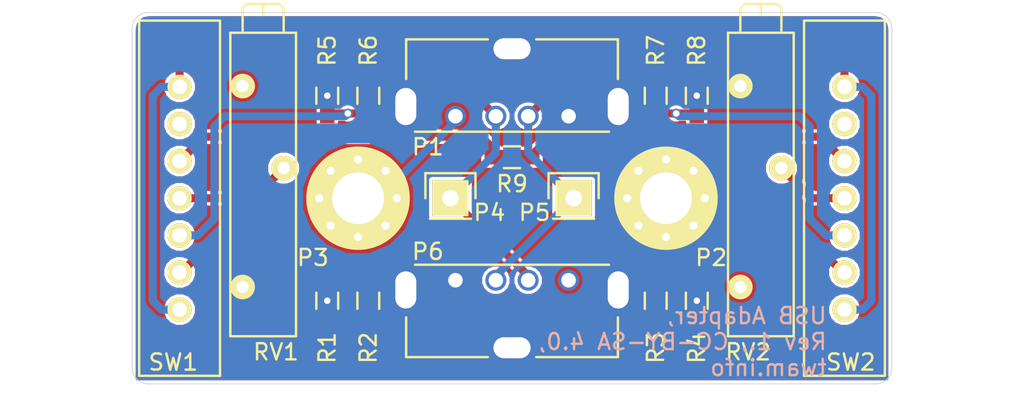
<source format=kicad_pcb>
(kicad_pcb (version 4) (host pcbnew "(2016-03-06 BZR 6610)-product")

  (general
    (links 42)
    (no_connects 0)
    (area 118.324999 87.495 181.675001 112.355)
    (thickness 1.6)
    (drawings 11)
    (tracks 159)
    (zones 0)
    (modules 19)
    (nets 15)
  )

  (page A4)
  (title_block
    (title "USB Adapter")
    (date 2016-04-20)
    (rev 1)
    (comment 1 "Grid Origin: 150, 100")
    (comment 4 "License: CC-BY-SA 4.0")
  )

  (layers
    (0 F.Cu signal)
    (31 B.Cu signal)
    (32 B.Adhes user)
    (33 F.Adhes user)
    (34 B.Paste user)
    (35 F.Paste user)
    (36 B.SilkS user)
    (37 F.SilkS user)
    (38 B.Mask user)
    (39 F.Mask user)
    (40 Dwgs.User user)
    (41 Cmts.User user)
    (42 Eco1.User user)
    (43 Eco2.User user)
    (44 Edge.Cuts user)
    (45 Margin user)
    (46 B.CrtYd user)
    (47 F.CrtYd user)
    (48 B.Fab user)
    (49 F.Fab user)
  )

  (setup
    (last_trace_width 0.25)
    (user_trace_width 0.5)
    (user_trace_width 1)
    (user_trace_width 2)
    (trace_clearance 0.15)
    (zone_clearance 0.2)
    (zone_45_only no)
    (trace_min 0.15)
    (segment_width 0.2)
    (edge_width 0.15)
    (via_size 0.6)
    (via_drill 0.4)
    (via_min_size 0.6)
    (via_min_drill 0.3)
    (uvia_size 0.3)
    (uvia_drill 0.1)
    (uvias_allowed no)
    (uvia_min_size 0.2)
    (uvia_min_drill 0.1)
    (pcb_text_width 0.3)
    (pcb_text_size 1.5 1.5)
    (mod_edge_width 0.15)
    (mod_text_size 1 1)
    (mod_text_width 0.15)
    (pad_size 2.2352 2.2352)
    (pad_drill 1.016)
    (pad_to_mask_clearance 0.2)
    (aux_axis_origin 0 0)
    (grid_origin 150 100)
    (visible_elements FFFEFF7F)
    (pcbplotparams
      (layerselection 0x010fc_ffffffff)
      (usegerberextensions false)
      (excludeedgelayer true)
      (linewidth 0.100000)
      (plotframeref false)
      (viasonmask false)
      (mode 1)
      (useauxorigin false)
      (hpglpennumber 1)
      (hpglpenspeed 20)
      (hpglpendiameter 15)
      (psnegative false)
      (psa4output false)
      (plotreference true)
      (plotvalue true)
      (plotinvisibletext false)
      (padsonsilk false)
      (subtractmaskfromsilk false)
      (outputformat 1)
      (mirror false)
      (drillshape 0)
      (scaleselection 1)
      (outputdirectory Gerber/))
  )

  (net 0 "")
  (net 1 VCC)
  (net 2 /D-)
  (net 3 /D+)
  (net 4 GND)
  (net 5 "Net-(R1-Pad1)")
  (net 6 "Net-(R3-Pad1)")
  (net 7 "Net-(R5-Pad1)")
  (net 8 "Net-(R7-Pad1)")
  (net 9 "Net-(RV1-Pad2)")
  (net 10 "Net-(RV2-Pad2)")
  (net 11 "Net-(SW1-Pad1)")
  (net 12 "Net-(SW2-Pad1)")
  (net 13 "Net-(R9-Pad1)")
  (net 14 "Net-(R9-Pad2)")

  (net_class Default "This is the default net class."
    (clearance 0.15)
    (trace_width 0.25)
    (via_dia 0.6)
    (via_drill 0.4)
    (uvia_dia 0.3)
    (uvia_drill 0.1)
    (add_net /D+)
    (add_net /D-)
    (add_net GND)
    (add_net "Net-(R1-Pad1)")
    (add_net "Net-(R3-Pad1)")
    (add_net "Net-(R5-Pad1)")
    (add_net "Net-(R7-Pad1)")
    (add_net "Net-(R9-Pad1)")
    (add_net "Net-(R9-Pad2)")
    (add_net "Net-(RV1-Pad2)")
    (add_net "Net-(RV2-Pad2)")
    (add_net "Net-(SW1-Pad1)")
    (add_net "Net-(SW2-Pad1)")
    (add_net VCC)
  )

  (module Resistors_SMD:R_0603_HandSoldering (layer F.Cu) (tedit 57166897) (tstamp 57165F79)
    (at 138.57 106.35 270)
    (descr "Resistor SMD 0603, hand soldering")
    (tags "resistor 0603")
    (path /57165169)
    (attr smd)
    (fp_text reference R1 (at 2.921 0 270) (layer F.SilkS)
      (effects (font (size 1 1) (thickness 0.15)))
    )
    (fp_text value 49k9 (at 0 1.9 270) (layer F.Fab)
      (effects (font (size 1 1) (thickness 0.15)))
    )
    (fp_line (start -2 -0.8) (end 2 -0.8) (layer F.CrtYd) (width 0.05))
    (fp_line (start -2 0.8) (end 2 0.8) (layer F.CrtYd) (width 0.05))
    (fp_line (start -2 -0.8) (end -2 0.8) (layer F.CrtYd) (width 0.05))
    (fp_line (start 2 -0.8) (end 2 0.8) (layer F.CrtYd) (width 0.05))
    (fp_line (start 0.5 0.675) (end -0.5 0.675) (layer F.SilkS) (width 0.15))
    (fp_line (start -0.5 -0.675) (end 0.5 -0.675) (layer F.SilkS) (width 0.15))
    (pad 1 smd rect (at -1.1 0 270) (size 1.2 0.9) (layers F.Cu F.Paste F.Mask)
      (net 5 "Net-(R1-Pad1)"))
    (pad 2 smd rect (at 1.1 0 270) (size 1.2 0.9) (layers F.Cu F.Paste F.Mask)
      (net 4 GND))
    (model Resistors_SMD.3dshapes/R_0603_HandSoldering.wrl
      (at (xyz 0 0 0))
      (scale (xyz 1 1 1))
      (rotate (xyz 0 0 0))
    )
  )

  (module Resistors_SMD:R_0603_HandSoldering (layer F.Cu) (tedit 57166899) (tstamp 57165F7F)
    (at 141.11 106.35 90)
    (descr "Resistor SMD 0603, hand soldering")
    (tags "resistor 0603")
    (path /5716512B)
    (attr smd)
    (fp_text reference R2 (at -2.921 0 90) (layer F.SilkS)
      (effects (font (size 1 1) (thickness 0.15)))
    )
    (fp_text value 75k (at 0 1.9 90) (layer F.Fab)
      (effects (font (size 1 1) (thickness 0.15)))
    )
    (fp_line (start -2 -0.8) (end 2 -0.8) (layer F.CrtYd) (width 0.05))
    (fp_line (start -2 0.8) (end 2 0.8) (layer F.CrtYd) (width 0.05))
    (fp_line (start -2 -0.8) (end -2 0.8) (layer F.CrtYd) (width 0.05))
    (fp_line (start 2 -0.8) (end 2 0.8) (layer F.CrtYd) (width 0.05))
    (fp_line (start 0.5 0.675) (end -0.5 0.675) (layer F.SilkS) (width 0.15))
    (fp_line (start -0.5 -0.675) (end 0.5 -0.675) (layer F.SilkS) (width 0.15))
    (pad 1 smd rect (at -1.1 0 90) (size 1.2 0.9) (layers F.Cu F.Paste F.Mask)
      (net 1 VCC))
    (pad 2 smd rect (at 1.1 0 90) (size 1.2 0.9) (layers F.Cu F.Paste F.Mask)
      (net 5 "Net-(R1-Pad1)"))
    (model Resistors_SMD.3dshapes/R_0603_HandSoldering.wrl
      (at (xyz 0 0 0))
      (scale (xyz 1 1 1))
      (rotate (xyz 0 0 0))
    )
  )

  (module Resistors_SMD:R_0603_HandSoldering (layer F.Cu) (tedit 5716689C) (tstamp 57165F85)
    (at 158.89 106.35 270)
    (descr "Resistor SMD 0603, hand soldering")
    (tags "resistor 0603")
    (path /57165E72)
    (attr smd)
    (fp_text reference R3 (at 2.921 0 270) (layer F.SilkS)
      (effects (font (size 1 1) (thickness 0.15)))
    )
    (fp_text value 75k (at 0 1.9 270) (layer F.Fab)
      (effects (font (size 1 1) (thickness 0.15)))
    )
    (fp_line (start -2 -0.8) (end 2 -0.8) (layer F.CrtYd) (width 0.05))
    (fp_line (start -2 0.8) (end 2 0.8) (layer F.CrtYd) (width 0.05))
    (fp_line (start -2 -0.8) (end -2 0.8) (layer F.CrtYd) (width 0.05))
    (fp_line (start 2 -0.8) (end 2 0.8) (layer F.CrtYd) (width 0.05))
    (fp_line (start 0.5 0.675) (end -0.5 0.675) (layer F.SilkS) (width 0.15))
    (fp_line (start -0.5 -0.675) (end 0.5 -0.675) (layer F.SilkS) (width 0.15))
    (pad 1 smd rect (at -1.1 0 270) (size 1.2 0.9) (layers F.Cu F.Paste F.Mask)
      (net 6 "Net-(R3-Pad1)"))
    (pad 2 smd rect (at 1.1 0 270) (size 1.2 0.9) (layers F.Cu F.Paste F.Mask)
      (net 1 VCC))
    (model Resistors_SMD.3dshapes/R_0603_HandSoldering.wrl
      (at (xyz 0 0 0))
      (scale (xyz 1 1 1))
      (rotate (xyz 0 0 0))
    )
  )

  (module Resistors_SMD:R_0603_HandSoldering (layer F.Cu) (tedit 5716689E) (tstamp 57165F8B)
    (at 161.43 106.35 90)
    (descr "Resistor SMD 0603, hand soldering")
    (tags "resistor 0603")
    (path /57165EB4)
    (attr smd)
    (fp_text reference R4 (at -2.921 0 90) (layer F.SilkS)
      (effects (font (size 1 1) (thickness 0.15)))
    )
    (fp_text value 49k9 (at 0 1.9 90) (layer F.Fab)
      (effects (font (size 1 1) (thickness 0.15)))
    )
    (fp_line (start -2 -0.8) (end 2 -0.8) (layer F.CrtYd) (width 0.05))
    (fp_line (start -2 0.8) (end 2 0.8) (layer F.CrtYd) (width 0.05))
    (fp_line (start -2 -0.8) (end -2 0.8) (layer F.CrtYd) (width 0.05))
    (fp_line (start 2 -0.8) (end 2 0.8) (layer F.CrtYd) (width 0.05))
    (fp_line (start 0.5 0.675) (end -0.5 0.675) (layer F.SilkS) (width 0.15))
    (fp_line (start -0.5 -0.675) (end 0.5 -0.675) (layer F.SilkS) (width 0.15))
    (pad 1 smd rect (at -1.1 0 90) (size 1.2 0.9) (layers F.Cu F.Paste F.Mask)
      (net 4 GND))
    (pad 2 smd rect (at 1.1 0 90) (size 1.2 0.9) (layers F.Cu F.Paste F.Mask)
      (net 6 "Net-(R3-Pad1)"))
    (model Resistors_SMD.3dshapes/R_0603_HandSoldering.wrl
      (at (xyz 0 0 0))
      (scale (xyz 1 1 1))
      (rotate (xyz 0 0 0))
    )
  )

  (module Resistors_SMD:R_0603_HandSoldering (layer F.Cu) (tedit 57166894) (tstamp 57165F91)
    (at 138.57 93.65 90)
    (descr "Resistor SMD 0603, hand soldering")
    (tags "resistor 0603")
    (path /571658B9)
    (attr smd)
    (fp_text reference R5 (at 2.794 0 90) (layer F.SilkS)
      (effects (font (size 1 1) (thickness 0.15)))
    )
    (fp_text value 75k (at 0 1.9 90) (layer F.Fab)
      (effects (font (size 1 1) (thickness 0.15)))
    )
    (fp_line (start -2 -0.8) (end 2 -0.8) (layer F.CrtYd) (width 0.05))
    (fp_line (start -2 0.8) (end 2 0.8) (layer F.CrtYd) (width 0.05))
    (fp_line (start -2 -0.8) (end -2 0.8) (layer F.CrtYd) (width 0.05))
    (fp_line (start 2 -0.8) (end 2 0.8) (layer F.CrtYd) (width 0.05))
    (fp_line (start 0.5 0.675) (end -0.5 0.675) (layer F.SilkS) (width 0.15))
    (fp_line (start -0.5 -0.675) (end 0.5 -0.675) (layer F.SilkS) (width 0.15))
    (pad 1 smd rect (at -1.1 0 90) (size 1.2 0.9) (layers F.Cu F.Paste F.Mask)
      (net 7 "Net-(R5-Pad1)"))
    (pad 2 smd rect (at 1.1 0 90) (size 1.2 0.9) (layers F.Cu F.Paste F.Mask)
      (net 4 GND))
    (model Resistors_SMD.3dshapes/R_0603_HandSoldering.wrl
      (at (xyz 0 0 0))
      (scale (xyz 1 1 1))
      (rotate (xyz 0 0 0))
    )
  )

  (module Resistors_SMD:R_0603_HandSoldering (layer F.Cu) (tedit 57166891) (tstamp 57165F97)
    (at 141.11 93.65 270)
    (descr "Resistor SMD 0603, hand soldering")
    (tags "resistor 0603")
    (path /571658E5)
    (attr smd)
    (fp_text reference R6 (at -2.794 0 270) (layer F.SilkS)
      (effects (font (size 1 1) (thickness 0.15)))
    )
    (fp_text value 59k (at 0 1.9 270) (layer F.Fab)
      (effects (font (size 1 1) (thickness 0.15)))
    )
    (fp_line (start -2 -0.8) (end 2 -0.8) (layer F.CrtYd) (width 0.05))
    (fp_line (start -2 0.8) (end 2 0.8) (layer F.CrtYd) (width 0.05))
    (fp_line (start -2 -0.8) (end -2 0.8) (layer F.CrtYd) (width 0.05))
    (fp_line (start 2 -0.8) (end 2 0.8) (layer F.CrtYd) (width 0.05))
    (fp_line (start 0.5 0.675) (end -0.5 0.675) (layer F.SilkS) (width 0.15))
    (fp_line (start -0.5 -0.675) (end 0.5 -0.675) (layer F.SilkS) (width 0.15))
    (pad 1 smd rect (at -1.1 0 270) (size 1.2 0.9) (layers F.Cu F.Paste F.Mask)
      (net 1 VCC))
    (pad 2 smd rect (at 1.1 0 270) (size 1.2 0.9) (layers F.Cu F.Paste F.Mask)
      (net 7 "Net-(R5-Pad1)"))
    (model Resistors_SMD.3dshapes/R_0603_HandSoldering.wrl
      (at (xyz 0 0 0))
      (scale (xyz 1 1 1))
      (rotate (xyz 0 0 0))
    )
  )

  (module Resistors_SMD:R_0603_HandSoldering (layer F.Cu) (tedit 5716688C) (tstamp 57165F9D)
    (at 158.89 93.65 90)
    (descr "Resistor SMD 0603, hand soldering")
    (tags "resistor 0603")
    (path /57165CD8)
    (attr smd)
    (fp_text reference R7 (at 2.794 0 90) (layer F.SilkS)
      (effects (font (size 1 1) (thickness 0.15)))
    )
    (fp_text value 59k (at 0 1.9 90) (layer F.Fab)
      (effects (font (size 1 1) (thickness 0.15)))
    )
    (fp_line (start -2 -0.8) (end 2 -0.8) (layer F.CrtYd) (width 0.05))
    (fp_line (start -2 0.8) (end 2 0.8) (layer F.CrtYd) (width 0.05))
    (fp_line (start -2 -0.8) (end -2 0.8) (layer F.CrtYd) (width 0.05))
    (fp_line (start 2 -0.8) (end 2 0.8) (layer F.CrtYd) (width 0.05))
    (fp_line (start 0.5 0.675) (end -0.5 0.675) (layer F.SilkS) (width 0.15))
    (fp_line (start -0.5 -0.675) (end 0.5 -0.675) (layer F.SilkS) (width 0.15))
    (pad 1 smd rect (at -1.1 0 90) (size 1.2 0.9) (layers F.Cu F.Paste F.Mask)
      (net 8 "Net-(R7-Pad1)"))
    (pad 2 smd rect (at 1.1 0 90) (size 1.2 0.9) (layers F.Cu F.Paste F.Mask)
      (net 1 VCC))
    (model Resistors_SMD.3dshapes/R_0603_HandSoldering.wrl
      (at (xyz 0 0 0))
      (scale (xyz 1 1 1))
      (rotate (xyz 0 0 0))
    )
  )

  (module Resistors_SMD:R_0603_HandSoldering (layer F.Cu) (tedit 5716688F) (tstamp 57165FA3)
    (at 161.43 93.65 270)
    (descr "Resistor SMD 0603, hand soldering")
    (tags "resistor 0603")
    (path /57165D0A)
    (attr smd)
    (fp_text reference R8 (at -2.794 0 270) (layer F.SilkS)
      (effects (font (size 1 1) (thickness 0.15)))
    )
    (fp_text value 75k (at 0 1.9 270) (layer F.Fab)
      (effects (font (size 1 1) (thickness 0.15)))
    )
    (fp_line (start -2 -0.8) (end 2 -0.8) (layer F.CrtYd) (width 0.05))
    (fp_line (start -2 0.8) (end 2 0.8) (layer F.CrtYd) (width 0.05))
    (fp_line (start -2 -0.8) (end -2 0.8) (layer F.CrtYd) (width 0.05))
    (fp_line (start 2 -0.8) (end 2 0.8) (layer F.CrtYd) (width 0.05))
    (fp_line (start 0.5 0.675) (end -0.5 0.675) (layer F.SilkS) (width 0.15))
    (fp_line (start -0.5 -0.675) (end 0.5 -0.675) (layer F.SilkS) (width 0.15))
    (pad 1 smd rect (at -1.1 0 270) (size 1.2 0.9) (layers F.Cu F.Paste F.Mask)
      (net 4 GND))
    (pad 2 smd rect (at 1.1 0 270) (size 1.2 0.9) (layers F.Cu F.Paste F.Mask)
      (net 8 "Net-(R7-Pad1)"))
    (model Resistors_SMD.3dshapes/R_0603_HandSoldering.wrl
      (at (xyz 0 0 0))
      (scale (xyz 1 1 1))
      (rotate (xyz 0 0 0))
    )
  )

  (module Misc:MOLEX_105057-0001 (layer F.Cu) (tedit 571668CA) (tstamp 57165F59)
    (at 150 94.92)
    (path /571641A6)
    (fp_text reference P1 (at -5.207 1.905) (layer F.SilkS)
      (effects (font (size 1 1) (thickness 0.15)))
    )
    (fp_text value USB_A (at 0 -6.35) (layer F.Fab)
      (effects (font (size 1 1) (thickness 0.15)))
    )
    (fp_line (start -7.6 -5.2) (end -7.6 1.05) (layer F.CrtYd) (width 0.05))
    (fp_line (start -7.6 1.05) (end 7.6 1.05) (layer F.CrtYd) (width 0.05))
    (fp_line (start 7.6 1.05) (end 7.6 -5.2) (layer F.CrtYd) (width 0.05))
    (fp_line (start -7.6 -5.2) (end 7.6 -5.2) (layer F.CrtYd) (width 0.05))
    (fp_line (start 6.55 -4.76) (end 1.5 -4.76) (layer F.SilkS) (width 0.15))
    (fp_line (start -6.55 -4.76) (end -6.55 -2.3) (layer F.SilkS) (width 0.15))
    (fp_line (start -6 0.96) (end 6 0.96) (layer F.SilkS) (width 0.15))
    (fp_line (start 6.55 -4.76) (end 6.55 -2.3) (layer F.SilkS) (width 0.15))
    (fp_line (start -6.55 -4.76) (end -1.5 -4.76) (layer F.SilkS) (width 0.15))
    (pad 1 thru_hole circle (at -3.5 0) (size 1.3 1.3) (drill 0.9) (layers *.Cu *.Mask)
      (net 1 VCC))
    (pad 2 thru_hole circle (at -1 0) (size 1.3 1.3) (drill 0.9) (layers *.Cu *.Mask)
      (net 2 /D-))
    (pad 3 thru_hole circle (at 1 0) (size 1.3 1.3) (drill 0.9) (layers *.Cu *.Mask)
      (net 3 /D+))
    (pad 4 thru_hole circle (at 3.5 0) (size 1.3 1.3) (drill 0.9) (layers *.Cu *.Mask)
      (net 4 GND))
    (pad 5 thru_hole oval (at -6.57 -0.6) (size 1.9 2.9) (drill oval 1.3 2.3) (layers *.Cu *.Mask)
      (net 4 GND))
    (pad 5 thru_hole oval (at 6.57 -0.6) (size 1.9 2.9) (drill oval 1.3 2.3) (layers *.Cu *.Mask)
      (net 4 GND))
    (pad 5 thru_hole oval (at 0 -4.18) (size 2.9 1.9) (drill oval 2.3 1.3) (layers *.Cu *.Mask)
      (net 4 GND))
  )

  (module Mounting_Holes:MountingHole_3.2mm_M3_Pad_Via locked (layer F.Cu) (tedit 57166877) (tstamp 57165F66)
    (at 159.525 100)
    (descr "Mounting Hole 3.2mm, M3")
    (tags "mounting hole 3.2mm m3")
    (path /5716422A)
    (fp_text reference P2 (at 2.794 3.683) (layer F.SilkS)
      (effects (font (size 1 1) (thickness 0.15)))
    )
    (fp_text value GND (at 0 4.2) (layer F.Fab)
      (effects (font (size 1 1) (thickness 0.15)))
    )
    (fp_circle (center 0 0) (end 3.2 0) (layer Cmts.User) (width 0.15))
    (fp_circle (center 0 0) (end 3.45 0) (layer F.CrtYd) (width 0.05))
    (pad 1 thru_hole circle (at 0 0) (size 6.4 6.4) (drill 3.2) (layers *.Cu *.Mask F.SilkS)
      (net 4 GND))
    (pad "" thru_hole circle (at 2.4 0) (size 0.6 0.6) (drill 0.5) (layers *.Cu *.Mask))
    (pad "" thru_hole circle (at 1.697056 1.697056) (size 0.6 0.6) (drill 0.5) (layers *.Cu *.Mask))
    (pad "" thru_hole circle (at 0 2.4) (size 0.6 0.6) (drill 0.5) (layers *.Cu *.Mask))
    (pad "" thru_hole circle (at -1.697056 1.697056) (size 0.6 0.6) (drill 0.5) (layers *.Cu *.Mask))
    (pad "" thru_hole circle (at -2.4 0) (size 0.6 0.6) (drill 0.5) (layers *.Cu *.Mask))
    (pad "" thru_hole circle (at -1.697056 -1.697056) (size 0.6 0.6) (drill 0.5) (layers *.Cu *.Mask))
    (pad "" thru_hole circle (at 0 -2.4) (size 0.6 0.6) (drill 0.5) (layers *.Cu *.Mask))
    (pad "" thru_hole circle (at 1.697056 -1.697056) (size 0.6 0.6) (drill 0.5) (layers *.Cu *.Mask))
  )

  (module Mounting_Holes:MountingHole_3.2mm_M3_Pad_Via locked (layer F.Cu) (tedit 57166870) (tstamp 57165F73)
    (at 140.475 100)
    (descr "Mounting Hole 3.2mm, M3")
    (tags "mounting hole 3.2mm m3")
    (path /571641F9)
    (fp_text reference P3 (at -2.794 3.683) (layer F.SilkS)
      (effects (font (size 1 1) (thickness 0.15)))
    )
    (fp_text value 5V (at 0 4.2) (layer F.Fab)
      (effects (font (size 1 1) (thickness 0.15)))
    )
    (fp_circle (center 0 0) (end 3.2 0) (layer Cmts.User) (width 0.15))
    (fp_circle (center 0 0) (end 3.45 0) (layer F.CrtYd) (width 0.05))
    (pad 1 thru_hole circle (at 0 0) (size 6.4 6.4) (drill 3.2) (layers *.Cu *.Mask F.SilkS)
      (net 1 VCC))
    (pad "" thru_hole circle (at 2.4 0) (size 0.6 0.6) (drill 0.5) (layers *.Cu *.Mask))
    (pad "" thru_hole circle (at 1.697056 1.697056) (size 0.6 0.6) (drill 0.5) (layers *.Cu *.Mask))
    (pad "" thru_hole circle (at 0 2.4) (size 0.6 0.6) (drill 0.5) (layers *.Cu *.Mask))
    (pad "" thru_hole circle (at -1.697056 1.697056) (size 0.6 0.6) (drill 0.5) (layers *.Cu *.Mask))
    (pad "" thru_hole circle (at -2.4 0) (size 0.6 0.6) (drill 0.5) (layers *.Cu *.Mask))
    (pad "" thru_hole circle (at -1.697056 -1.697056) (size 0.6 0.6) (drill 0.5) (layers *.Cu *.Mask))
    (pad "" thru_hole circle (at 0 -2.4) (size 0.6 0.6) (drill 0.5) (layers *.Cu *.Mask))
    (pad "" thru_hole circle (at 1.697056 -1.697056) (size 0.6 0.6) (drill 0.5) (layers *.Cu *.Mask))
  )

  (module Potentiometers:Potentiometer_Bourns_3006P_Angular_ScrewFront (layer F.Cu) (tedit 57166844) (tstamp 57165FAA)
    (at 133.335 105.5 270)
    (descr "3/4, Rectangular, Trimpot, Trimming, Potentiometer, Bourns, 3006")
    (tags "3/4, Rectangular, Trimpot, Trimming, Potentiometer, Bourns, 3006")
    (path /57165191)
    (fp_text reference RV1 (at 4.025 -2.06 360) (layer F.SilkS)
      (effects (font (size 1 1) (thickness 0.15)))
    )
    (fp_text value 100k (at -6.35 3.81 270) (layer F.Fab)
      (effects (font (size 1 1) (thickness 0.15)))
    )
    (fp_line (start -17.272 -2.54) (end -17.526 -2.286) (layer F.SilkS) (width 0.15))
    (fp_line (start -17.526 -2.286) (end -17.526 -1.27) (layer F.SilkS) (width 0.15))
    (fp_line (start -17.526 -1.27) (end -17.526 -0.254) (layer F.SilkS) (width 0.15))
    (fp_line (start -17.526 -0.254) (end -17.272 0) (layer F.SilkS) (width 0.15))
    (fp_line (start -15.875 -2.54) (end -17.145 -2.54) (layer F.SilkS) (width 0.15))
    (fp_line (start -15.875 0) (end -17.145 0) (layer F.SilkS) (width 0.15))
    (fp_line (start -17.399 -1.27) (end -16.891 -1.27) (layer F.SilkS) (width 0.15))
    (fp_line (start -15.748 0.762) (end -15.748 -3.302) (layer F.SilkS) (width 0.15))
    (fp_line (start 3.048 0.762) (end 3.048 -3.302) (layer F.SilkS) (width 0.15))
    (fp_line (start -15.748 0.762) (end 3.048 0.762) (layer F.SilkS) (width 0.15))
    (fp_line (start 3.048 -3.302) (end -15.748 -3.302) (layer F.SilkS) (width 0.15))
    (pad 3 thru_hole circle (at -12.446 0 270) (size 1.524 1.524) (drill 0.762) (layers *.Cu *.Mask F.SilkS)
      (net 1 VCC))
    (pad 2 thru_hole circle (at -7.366 -2.54 270) (size 1.524 1.524) (drill 0.762) (layers *.Cu *.Mask F.SilkS)
      (net 9 "Net-(RV1-Pad2)"))
    (pad 1 thru_hole circle (at 0 0 270) (size 1.524 1.524) (drill 0.762) (layers *.Cu *.Mask F.SilkS)
      (net 4 GND))
    (model Potentiometers.3dshapes/Potentiometer_Bourns_3006P_Angular_ScrewFront.wrl
      (at (xyz 0 0 0))
      (scale (xyz 1 1 1))
      (rotate (xyz 0 0 0))
    )
  )

  (module Potentiometers:Potentiometer_Bourns_3006P_Angular_ScrewFront (layer F.Cu) (tedit 57166841) (tstamp 57165FB1)
    (at 164.125 105.5 270)
    (descr "3/4, Rectangular, Trimpot, Trimming, Potentiometer, Bourns, 3006")
    (tags "3/4, Rectangular, Trimpot, Trimming, Potentiometer, Bourns, 3006")
    (path /57165BB9)
    (fp_text reference RV2 (at 4.025 -0.48 360) (layer F.SilkS)
      (effects (font (size 1 1) (thickness 0.15)))
    )
    (fp_text value 100k (at -6.35 3.81 270) (layer F.Fab)
      (effects (font (size 1 1) (thickness 0.15)))
    )
    (fp_line (start -17.272 -2.54) (end -17.526 -2.286) (layer F.SilkS) (width 0.15))
    (fp_line (start -17.526 -2.286) (end -17.526 -1.27) (layer F.SilkS) (width 0.15))
    (fp_line (start -17.526 -1.27) (end -17.526 -0.254) (layer F.SilkS) (width 0.15))
    (fp_line (start -17.526 -0.254) (end -17.272 0) (layer F.SilkS) (width 0.15))
    (fp_line (start -15.875 -2.54) (end -17.145 -2.54) (layer F.SilkS) (width 0.15))
    (fp_line (start -15.875 0) (end -17.145 0) (layer F.SilkS) (width 0.15))
    (fp_line (start -17.399 -1.27) (end -16.891 -1.27) (layer F.SilkS) (width 0.15))
    (fp_line (start -15.748 0.762) (end -15.748 -3.302) (layer F.SilkS) (width 0.15))
    (fp_line (start 3.048 0.762) (end 3.048 -3.302) (layer F.SilkS) (width 0.15))
    (fp_line (start -15.748 0.762) (end 3.048 0.762) (layer F.SilkS) (width 0.15))
    (fp_line (start 3.048 -3.302) (end -15.748 -3.302) (layer F.SilkS) (width 0.15))
    (pad 3 thru_hole circle (at -12.446 0 270) (size 1.524 1.524) (drill 0.762) (layers *.Cu *.Mask F.SilkS)
      (net 4 GND))
    (pad 2 thru_hole circle (at -7.366 -2.54 270) (size 1.524 1.524) (drill 0.762) (layers *.Cu *.Mask F.SilkS)
      (net 10 "Net-(RV2-Pad2)"))
    (pad 1 thru_hole circle (at 0 0 270) (size 1.524 1.524) (drill 0.762) (layers *.Cu *.Mask F.SilkS)
      (net 1 VCC))
    (model Potentiometers.3dshapes/Potentiometer_Bourns_3006P_Angular_ScrewFront.wrl
      (at (xyz 0 0 0))
      (scale (xyz 1 1 1))
      (rotate (xyz 0 0 0))
    )
  )

  (module Misc:SLB1570 (layer F.Cu) (tedit 57166847) (tstamp 57165FC4)
    (at 129.435 100 270)
    (path /571650C4)
    (fp_text reference SW1 (at 10.16 0.39 360) (layer F.SilkS)
      (effects (font (size 1 1) (thickness 0.15)))
    )
    (fp_text value SP5T (at 0 -3.81 270) (layer F.Fab)
      (effects (font (size 1 1) (thickness 0.15)))
    )
    (fp_line (start 11.05 -2.55) (end 11.05 2.55) (layer F.CrtYd) (width 0.05))
    (fp_line (start -11.05 -2.55) (end -11.05 2.55) (layer F.CrtYd) (width 0.05))
    (fp_line (start -11.05 -2.55) (end 11.05 -2.55) (layer F.CrtYd) (width 0.05))
    (fp_line (start -11.05 2.55) (end 11.05 2.55) (layer F.CrtYd) (width 0.05))
    (fp_line (start -11 -2.5) (end -11 2.5) (layer F.SilkS) (width 0.15))
    (fp_line (start -11 2.5) (end 11 2.5) (layer F.SilkS) (width 0.15))
    (fp_line (start 11 -2.5) (end 11 2.5) (layer F.SilkS) (width 0.15))
    (fp_line (start 11 -2.5) (end -11 -2.5) (layer F.SilkS) (width 0.15))
    (pad C thru_hole circle (at -6.9 0 270) (size 1.5 1.5) (drill 0.9) (layers *.Cu *.Mask F.SilkS)
      (net 2 /D-))
    (pad 1 thru_hole circle (at -4.6 0 270) (size 1.5 1.5) (drill 0.9) (layers *.Cu *.Mask F.SilkS)
      (net 11 "Net-(SW1-Pad1)"))
    (pad 2 thru_hole circle (at -2.3 0 270) (size 1.5 1.5) (drill 0.9) (layers *.Cu *.Mask F.SilkS)
      (net 14 "Net-(R9-Pad2)"))
    (pad 3 thru_hole circle (at 0 0 270) (size 1.5 1.5) (drill 0.9) (layers *.Cu *.Mask F.SilkS)
      (net 9 "Net-(RV1-Pad2)"))
    (pad 4 thru_hole circle (at 2.3 0 270) (size 1.5 1.5) (drill 0.9) (layers *.Cu *.Mask F.SilkS)
      (net 7 "Net-(R5-Pad1)"))
    (pad 5 thru_hole circle (at 4.6 0 270) (size 1.5 1.5) (drill 0.9) (layers *.Cu *.Mask F.SilkS)
      (net 5 "Net-(R1-Pad1)"))
    (pad C thru_hole circle (at 6.9 0 270) (size 1.5 1.5) (drill 0.9) (layers *.Cu *.Mask F.SilkS)
      (net 2 /D-))
  )

  (module Misc:SLB1570 (layer F.Cu) (tedit 5716684A) (tstamp 57165FD7)
    (at 170.565 100 270)
    (path /571650FD)
    (fp_text reference SW2 (at 10.16 -0.39 360) (layer F.SilkS)
      (effects (font (size 1 1) (thickness 0.15)))
    )
    (fp_text value SP5T (at 0 -3.81 270) (layer F.Fab)
      (effects (font (size 1 1) (thickness 0.15)))
    )
    (fp_line (start 11.05 -2.55) (end 11.05 2.55) (layer F.CrtYd) (width 0.05))
    (fp_line (start -11.05 -2.55) (end -11.05 2.55) (layer F.CrtYd) (width 0.05))
    (fp_line (start -11.05 -2.55) (end 11.05 -2.55) (layer F.CrtYd) (width 0.05))
    (fp_line (start -11.05 2.55) (end 11.05 2.55) (layer F.CrtYd) (width 0.05))
    (fp_line (start -11 -2.5) (end -11 2.5) (layer F.SilkS) (width 0.15))
    (fp_line (start -11 2.5) (end 11 2.5) (layer F.SilkS) (width 0.15))
    (fp_line (start 11 -2.5) (end 11 2.5) (layer F.SilkS) (width 0.15))
    (fp_line (start 11 -2.5) (end -11 -2.5) (layer F.SilkS) (width 0.15))
    (pad C thru_hole circle (at -6.9 0 270) (size 1.5 1.5) (drill 0.9) (layers *.Cu *.Mask F.SilkS)
      (net 3 /D+))
    (pad 1 thru_hole circle (at -4.6 0 270) (size 1.5 1.5) (drill 0.9) (layers *.Cu *.Mask F.SilkS)
      (net 12 "Net-(SW2-Pad1)"))
    (pad 2 thru_hole circle (at -2.3 0 270) (size 1.5 1.5) (drill 0.9) (layers *.Cu *.Mask F.SilkS)
      (net 13 "Net-(R9-Pad1)"))
    (pad 3 thru_hole circle (at 0 0 270) (size 1.5 1.5) (drill 0.9) (layers *.Cu *.Mask F.SilkS)
      (net 10 "Net-(RV2-Pad2)"))
    (pad 4 thru_hole circle (at 2.3 0 270) (size 1.5 1.5) (drill 0.9) (layers *.Cu *.Mask F.SilkS)
      (net 8 "Net-(R7-Pad1)"))
    (pad 5 thru_hole circle (at 4.6 0 270) (size 1.5 1.5) (drill 0.9) (layers *.Cu *.Mask F.SilkS)
      (net 6 "Net-(R3-Pad1)"))
    (pad C thru_hole circle (at 6.9 0 270) (size 1.5 1.5) (drill 0.9) (layers *.Cu *.Mask F.SilkS)
      (net 3 /D+))
  )

  (module Resistors_SMD:R_0603_HandSoldering (layer F.Cu) (tedit 5716687D) (tstamp 57166CE3)
    (at 150 97.46 180)
    (descr "Resistor SMD 0603, hand soldering")
    (tags "resistor 0603")
    (path /57166EE6)
    (attr smd)
    (fp_text reference R9 (at 0 -1.651 180) (layer F.SilkS)
      (effects (font (size 1 1) (thickness 0.15)))
    )
    (fp_text value 0R (at 0 1.9 180) (layer F.Fab)
      (effects (font (size 1 1) (thickness 0.15)))
    )
    (fp_line (start -2 -0.8) (end 2 -0.8) (layer F.CrtYd) (width 0.05))
    (fp_line (start -2 0.8) (end 2 0.8) (layer F.CrtYd) (width 0.05))
    (fp_line (start -2 -0.8) (end -2 0.8) (layer F.CrtYd) (width 0.05))
    (fp_line (start 2 -0.8) (end 2 0.8) (layer F.CrtYd) (width 0.05))
    (fp_line (start 0.5 0.675) (end -0.5 0.675) (layer F.SilkS) (width 0.15))
    (fp_line (start -0.5 -0.675) (end 0.5 -0.675) (layer F.SilkS) (width 0.15))
    (pad 1 smd rect (at -1.1 0 180) (size 1.2 0.9) (layers F.Cu F.Paste F.Mask)
      (net 13 "Net-(R9-Pad1)"))
    (pad 2 smd rect (at 1.1 0 180) (size 1.2 0.9) (layers F.Cu F.Paste F.Mask)
      (net 14 "Net-(R9-Pad2)"))
    (model Resistors_SMD.3dshapes/R_0603_HandSoldering.wrl
      (at (xyz 0 0 0))
      (scale (xyz 1 1 1))
      (rotate (xyz 0 0 0))
    )
  )

  (module Pin_Headers:Pin_Header_Straight_1x01 (layer F.Cu) (tedit 571668D8) (tstamp 57166ED6)
    (at 146.19 100)
    (descr "Through hole pin header")
    (tags "pin header")
    (path /571670AA)
    (fp_text reference P4 (at 2.413 0.889) (layer F.SilkS)
      (effects (font (size 1 1) (thickness 0.15)))
    )
    (fp_text value D- (at 0 -3.1) (layer F.Fab)
      (effects (font (size 1 1) (thickness 0.15)))
    )
    (fp_line (start 1.55 -1.55) (end 1.55 0) (layer F.SilkS) (width 0.15))
    (fp_line (start -1.75 -1.75) (end -1.75 1.75) (layer F.CrtYd) (width 0.05))
    (fp_line (start 1.75 -1.75) (end 1.75 1.75) (layer F.CrtYd) (width 0.05))
    (fp_line (start -1.75 -1.75) (end 1.75 -1.75) (layer F.CrtYd) (width 0.05))
    (fp_line (start -1.75 1.75) (end 1.75 1.75) (layer F.CrtYd) (width 0.05))
    (fp_line (start -1.55 0) (end -1.55 -1.55) (layer F.SilkS) (width 0.15))
    (fp_line (start -1.55 -1.55) (end 1.55 -1.55) (layer F.SilkS) (width 0.15))
    (fp_line (start -1.27 1.27) (end 1.27 1.27) (layer F.SilkS) (width 0.15))
    (pad 1 thru_hole rect (at 0 0) (size 2.2352 2.2352) (drill 1.016) (layers *.Cu *.Mask F.SilkS)
      (net 2 /D-))
    (model Pin_Headers.3dshapes/Pin_Header_Straight_1x01.wrl
      (at (xyz 0 0 0))
      (scale (xyz 1 1 1))
      (rotate (xyz 0 0 90))
    )
  )

  (module Pin_Headers:Pin_Header_Straight_1x01 (layer F.Cu) (tedit 571668DA) (tstamp 57166EDB)
    (at 153.81 100)
    (descr "Through hole pin header")
    (tags "pin header")
    (path /57167171)
    (fp_text reference P5 (at -2.413 0.889) (layer F.SilkS)
      (effects (font (size 1 1) (thickness 0.15)))
    )
    (fp_text value D+ (at 0 -3.1) (layer F.Fab)
      (effects (font (size 1 1) (thickness 0.15)))
    )
    (fp_line (start 1.55 -1.55) (end 1.55 0) (layer F.SilkS) (width 0.15))
    (fp_line (start -1.75 -1.75) (end -1.75 1.75) (layer F.CrtYd) (width 0.05))
    (fp_line (start 1.75 -1.75) (end 1.75 1.75) (layer F.CrtYd) (width 0.05))
    (fp_line (start -1.75 -1.75) (end 1.75 -1.75) (layer F.CrtYd) (width 0.05))
    (fp_line (start -1.75 1.75) (end 1.75 1.75) (layer F.CrtYd) (width 0.05))
    (fp_line (start -1.55 0) (end -1.55 -1.55) (layer F.SilkS) (width 0.15))
    (fp_line (start -1.55 -1.55) (end 1.55 -1.55) (layer F.SilkS) (width 0.15))
    (fp_line (start -1.27 1.27) (end 1.27 1.27) (layer F.SilkS) (width 0.15))
    (pad 1 thru_hole rect (at 0 0) (size 2.2352 2.2352) (drill 1.016) (layers *.Cu *.Mask F.SilkS)
      (net 3 /D+))
    (model Pin_Headers.3dshapes/Pin_Header_Straight_1x01.wrl
      (at (xyz 0 0 0))
      (scale (xyz 1 1 1))
      (rotate (xyz 0 0 90))
    )
  )

  (module Misc:MOLEX_105057-0001 (layer F.Cu) (tedit 571668C9) (tstamp 57167196)
    (at 150 105.08 180)
    (path /5716772C)
    (fp_text reference P6 (at 5.207 1.778 180) (layer F.SilkS)
      (effects (font (size 1 1) (thickness 0.15)))
    )
    (fp_text value USB_A (at 0 -6.35 180) (layer F.Fab)
      (effects (font (size 1 1) (thickness 0.15)))
    )
    (fp_line (start -7.6 -5.2) (end -7.6 1.05) (layer F.CrtYd) (width 0.05))
    (fp_line (start -7.6 1.05) (end 7.6 1.05) (layer F.CrtYd) (width 0.05))
    (fp_line (start 7.6 1.05) (end 7.6 -5.2) (layer F.CrtYd) (width 0.05))
    (fp_line (start -7.6 -5.2) (end 7.6 -5.2) (layer F.CrtYd) (width 0.05))
    (fp_line (start 6.55 -4.76) (end 1.5 -4.76) (layer F.SilkS) (width 0.15))
    (fp_line (start -6.55 -4.76) (end -6.55 -2.3) (layer F.SilkS) (width 0.15))
    (fp_line (start -6 0.96) (end 6 0.96) (layer F.SilkS) (width 0.15))
    (fp_line (start 6.55 -4.76) (end 6.55 -2.3) (layer F.SilkS) (width 0.15))
    (fp_line (start -6.55 -4.76) (end -1.5 -4.76) (layer F.SilkS) (width 0.15))
    (pad 1 thru_hole circle (at -3.5 0 180) (size 1.3 1.3) (drill 0.9) (layers *.Cu *.Mask)
      (net 1 VCC))
    (pad 2 thru_hole circle (at -1 0 180) (size 1.3 1.3) (drill 0.9) (layers *.Cu *.Mask)
      (net 2 /D-))
    (pad 3 thru_hole circle (at 1 0 180) (size 1.3 1.3) (drill 0.9) (layers *.Cu *.Mask)
      (net 3 /D+))
    (pad 4 thru_hole circle (at 3.5 0 180) (size 1.3 1.3) (drill 0.9) (layers *.Cu *.Mask)
      (net 4 GND))
    (pad 5 thru_hole oval (at -6.57 -0.6 180) (size 1.9 2.9) (drill oval 1.3 2.3) (layers *.Cu *.Mask)
      (net 4 GND))
    (pad 5 thru_hole oval (at 6.57 -0.6 180) (size 1.9 2.9) (drill oval 1.3 2.3) (layers *.Cu *.Mask)
      (net 4 GND))
    (pad 5 thru_hole oval (at 0 -4.18 180) (size 2.9 1.9) (drill oval 2.3 1.3) (layers *.Cu *.Mask)
      (net 4 GND))
  )

  (gr_text "USB Adapter,\nRev 1., CC-BY-SA 4.0,\ntwam.info" (at 169.558 108.89) (layer B.SilkS)
    (effects (font (size 1 1) (thickness 0.15)) (justify left mirror))
  )
  (gr_arc (start 127.5 110.5) (end 127.5 111.5) (angle 90) (layer Edge.Cuts) (width 0.05))
  (gr_arc (start 172.5 110.5) (end 173.5 110.5) (angle 90) (layer Edge.Cuts) (width 0.05))
  (gr_arc (start 172.5 89.5) (end 172.5 88.5) (angle 90) (layer Edge.Cuts) (width 0.05))
  (gr_arc (start 127.5 89.5) (end 126.5 89.5) (angle 90) (layer Edge.Cuts) (width 0.05))
  (gr_circle (center 178.575 100) (end 178.575 103) (layer Cmts.User) (width 0.2))
  (gr_circle (center 121.425 100) (end 121.425 103) (layer Cmts.User) (width 0.2))
  (gr_line (start 172.5 88.5) (end 127.5 88.5) (angle 90) (layer Edge.Cuts) (width 0.05))
  (gr_line (start 173.5 110.5) (end 173.5 89.5) (angle 90) (layer Edge.Cuts) (width 0.05))
  (gr_line (start 127.5 111.5) (end 172.5 111.5) (angle 90) (layer Edge.Cuts) (width 0.05))
  (gr_line (start 126.5 89.5) (end 126.5 110.5) (angle 90) (layer Edge.Cuts) (width 0.05))

  (segment (start 140.475 100) (end 141.745 100) (width 0.5) (layer F.Cu) (net 1))
  (segment (start 141.745 100) (end 144.92 103.175) (width 0.5) (layer F.Cu) (net 1) (tstamp 571671F6))
  (segment (start 144.92 103.175) (end 144.92 107.62) (width 0.5) (layer F.Cu) (net 1) (tstamp 571671F7))
  (segment (start 153.5 105.08) (end 153.5 107.62) (width 0.5) (layer F.Cu) (net 1))
  (segment (start 153.5 107.62) (end 153.81 107.62) (width 0.5) (layer F.Cu) (net 1) (tstamp 571671F1))
  (segment (start 158.89 107.45) (end 158.425 107.45) (width 0.5) (layer F.Cu) (net 1))
  (segment (start 158.255 107.62) (end 153.81 107.62) (width 0.5) (layer F.Cu) (net 1) (tstamp 571671EC))
  (segment (start 153.81 107.62) (end 144.92 107.62) (width 0.5) (layer F.Cu) (net 1) (tstamp 571671F4))
  (segment (start 144.92 107.62) (end 141.28 107.62) (width 0.5) (layer F.Cu) (net 1) (tstamp 571671FB))
  (segment (start 158.425 107.45) (end 158.255 107.62) (width 0.5) (layer F.Cu) (net 1) (tstamp 571671EB))
  (segment (start 141.28 107.62) (end 141.11 107.45) (width 0.5) (layer F.Cu) (net 1) (tstamp 571671ED))
  (segment (start 141.11 92.55) (end 141.575 92.55) (width 0.25) (layer F.Cu) (net 1))
  (segment (start 143.65 91.745) (end 146.5 94.595) (width 0.25) (layer F.Cu) (net 1) (tstamp 5716710F))
  (segment (start 142.38 91.745) (end 143.65 91.745) (width 0.25) (layer F.Cu) (net 1) (tstamp 5716710E))
  (segment (start 141.575 92.55) (end 142.38 91.745) (width 0.25) (layer F.Cu) (net 1) (tstamp 5716710D))
  (segment (start 146.5 94.595) (end 146.5 94.92) (width 0.25) (layer F.Cu) (net 1) (tstamp 57167111))
  (segment (start 164.125 105.5) (end 164.125 108.89) (width 0.25) (layer F.Cu) (net 1))
  (segment (start 164.125 108.89) (end 163.97 108.89) (width 0.25) (layer F.Cu) (net 1) (tstamp 57167108))
  (segment (start 158.89 107.45) (end 158.89 108.255) (width 0.25) (layer F.Cu) (net 1))
  (segment (start 158.89 91.745) (end 158.89 92.55) (width 0.25) (layer F.Cu) (net 1) (tstamp 57167105))
  (segment (start 159.525 91.11) (end 158.89 91.745) (width 0.25) (layer F.Cu) (net 1) (tstamp 57167104))
  (segment (start 165.24 91.11) (end 159.525 91.11) (width 0.25) (layer F.Cu) (net 1) (tstamp 57167102))
  (segment (start 168.415 94.285) (end 165.24 91.11) (width 0.25) (layer F.Cu) (net 1) (tstamp 57167100))
  (segment (start 171.59 94.285) (end 168.415 94.285) (width 0.25) (layer F.Cu) (net 1) (tstamp 571670FF))
  (segment (start 172.225 94.92) (end 171.59 94.285) (width 0.25) (layer F.Cu) (net 1) (tstamp 571670FE))
  (segment (start 172.225 108.255) (end 172.225 94.92) (width 0.25) (layer F.Cu) (net 1) (tstamp 571670FD))
  (segment (start 171.59 108.89) (end 172.225 108.255) (width 0.25) (layer F.Cu) (net 1) (tstamp 571670FC))
  (segment (start 159.525 108.89) (end 163.97 108.89) (width 0.25) (layer F.Cu) (net 1) (tstamp 571670FB))
  (segment (start 163.97 108.89) (end 171.59 108.89) (width 0.25) (layer F.Cu) (net 1) (tstamp 5716710B))
  (segment (start 158.89 108.255) (end 159.525 108.89) (width 0.25) (layer F.Cu) (net 1) (tstamp 571670FA))
  (segment (start 141.11 92.55) (end 141.11 91.745) (width 0.25) (layer F.Cu) (net 1))
  (segment (start 135.279 91.11) (end 133.335 93.054) (width 0.25) (layer F.Cu) (net 1) (tstamp 571670F4))
  (segment (start 140.475 91.11) (end 135.279 91.11) (width 0.25) (layer F.Cu) (net 1) (tstamp 571670F3))
  (segment (start 141.11 91.745) (end 140.475 91.11) (width 0.25) (layer F.Cu) (net 1) (tstamp 571670F2))
  (segment (start 141.11 107.45) (end 141.11 108.89) (width 0.25) (layer F.Cu) (net 1))
  (segment (start 132.104 94.285) (end 133.335 93.054) (width 0.25) (layer F.Cu) (net 1) (tstamp 571670EE))
  (segment (start 128.41 94.285) (end 132.104 94.285) (width 0.25) (layer F.Cu) (net 1) (tstamp 571670ED))
  (segment (start 127.775 94.92) (end 128.41 94.285) (width 0.25) (layer F.Cu) (net 1) (tstamp 571670EC))
  (segment (start 127.775 108.89) (end 127.775 94.92) (width 0.25) (layer F.Cu) (net 1) (tstamp 571670EB))
  (segment (start 128.41 109.525) (end 127.775 108.89) (width 0.25) (layer F.Cu) (net 1) (tstamp 571670EA))
  (segment (start 140.475 109.525) (end 128.41 109.525) (width 0.25) (layer F.Cu) (net 1) (tstamp 571670E9))
  (segment (start 141.11 108.89) (end 140.475 109.525) (width 0.25) (layer F.Cu) (net 1) (tstamp 571670E8))
  (segment (start 141.745 100) (end 146.5 95.245) (width 0.5) (layer B.Cu) (net 1) (tstamp 571670CE))
  (segment (start 146.5 95.245) (end 146.5 94.92) (width 0.5) (layer B.Cu) (net 1) (tstamp 571670CF))
  (segment (start 151 105.08) (end 151 104.81) (width 0.5) (layer F.Cu) (net 2))
  (segment (start 151 104.81) (end 146.19 100) (width 0.5) (layer F.Cu) (net 2) (tstamp 571671E7))
  (segment (start 129.435 93.1) (end 128.325 93.1) (width 0.5) (layer B.Cu) (net 2))
  (segment (start 128.325 106.9) (end 129.435 106.9) (width 0.5) (layer B.Cu) (net 2) (tstamp 571670D9))
  (segment (start 127.775 106.35) (end 128.325 106.9) (width 0.5) (layer B.Cu) (net 2) (tstamp 571670D8))
  (segment (start 127.775 93.65) (end 127.775 106.35) (width 0.5) (layer B.Cu) (net 2) (tstamp 571670D7))
  (segment (start 128.325 93.1) (end 127.775 93.65) (width 0.5) (layer B.Cu) (net 2) (tstamp 571670D6))
  (segment (start 149 94.92) (end 149 97.19) (width 0.5) (layer B.Cu) (net 2))
  (segment (start 149 97.19) (end 146.19 100) (width 0.5) (layer B.Cu) (net 2) (tstamp 57167079))
  (segment (start 129.435 93.1) (end 129.435 91.355) (width 0.5) (layer F.Cu) (net 2))
  (segment (start 144.555 90.475) (end 149 94.92) (width 0.5) (layer F.Cu) (net 2) (tstamp 57166F70))
  (segment (start 130.315 90.475) (end 144.555 90.475) (width 0.5) (layer F.Cu) (net 2) (tstamp 57166F6F))
  (segment (start 129.435 91.355) (end 130.315 90.475) (width 0.5) (layer F.Cu) (net 2) (tstamp 57166F6E))
  (segment (start 149 105.08) (end 149 104.81) (width 0.5) (layer B.Cu) (net 3))
  (segment (start 149 104.81) (end 153.81 100) (width 0.5) (layer B.Cu) (net 3) (tstamp 571671E4))
  (segment (start 170.565 93.1) (end 171.675 93.1) (width 0.5) (layer B.Cu) (net 3))
  (segment (start 171.675 106.9) (end 170.565 106.9) (width 0.5) (layer B.Cu) (net 3) (tstamp 571670DF))
  (segment (start 172.225 106.35) (end 171.675 106.9) (width 0.5) (layer B.Cu) (net 3) (tstamp 571670DE))
  (segment (start 172.225 93.65) (end 172.225 106.35) (width 0.5) (layer B.Cu) (net 3) (tstamp 571670DD))
  (segment (start 171.675 93.1) (end 172.225 93.65) (width 0.5) (layer B.Cu) (net 3) (tstamp 571670DC))
  (segment (start 151 94.92) (end 151 97.19) (width 0.5) (layer B.Cu) (net 3))
  (segment (start 151 97.19) (end 153.81 100) (width 0.5) (layer B.Cu) (net 3) (tstamp 5716707D))
  (segment (start 170.565 93.1) (end 170.565 91.355) (width 0.5) (layer F.Cu) (net 3))
  (segment (start 155.445 90.475) (end 151 94.92) (width 0.5) (layer F.Cu) (net 3) (tstamp 57166F76))
  (segment (start 169.685 90.475) (end 155.445 90.475) (width 0.5) (layer F.Cu) (net 3) (tstamp 57166F75))
  (segment (start 170.565 91.355) (end 169.685 90.475) (width 0.5) (layer F.Cu) (net 3) (tstamp 57166F74))
  (segment (start 146.5 105.08) (end 146.5 107.93) (width 0.5) (layer B.Cu) (net 4))
  (segment (start 147.83 109.26) (end 150 109.26) (width 0.5) (layer B.Cu) (net 4) (tstamp 571671E0))
  (segment (start 146.5 107.93) (end 147.83 109.26) (width 0.5) (layer B.Cu) (net 4) (tstamp 571671DF))
  (segment (start 143.43 105.68) (end 143.43 108.67) (width 0.5) (layer B.Cu) (net 4))
  (segment (start 144.02 109.26) (end 150 109.26) (width 0.5) (layer B.Cu) (net 4) (tstamp 571671DC))
  (segment (start 143.43 108.67) (end 144.02 109.26) (width 0.5) (layer B.Cu) (net 4) (tstamp 571671DB))
  (segment (start 156.57 105.68) (end 156.57 108.67) (width 0.5) (layer B.Cu) (net 4))
  (segment (start 156.57 108.67) (end 155.98 109.26) (width 0.5) (layer B.Cu) (net 4) (tstamp 571671D4))
  (segment (start 155.98 109.26) (end 150 109.26) (width 0.5) (layer B.Cu) (net 4) (tstamp 571671D5))
  (segment (start 138.57 106.35) (end 138.57 108.255) (width 0.5) (layer B.Cu) (net 4))
  (segment (start 138.57 108.255) (end 139.575 109.26) (width 0.5) (layer B.Cu) (net 4) (tstamp 571671D0))
  (segment (start 139.575 109.26) (end 150 109.26) (width 0.5) (layer B.Cu) (net 4) (tstamp 571671D1))
  (segment (start 155.98 109.26) (end 156.57 108.67) (width 0.25) (layer B.Cu) (net 4) (tstamp 571671CB))
  (segment (start 138.57 108.255) (end 139.575 109.26) (width 0.25) (layer B.Cu) (net 4) (tstamp 571671C5))
  (segment (start 159.525 100) (end 159.525 101.27) (width 0.25) (layer B.Cu) (net 4))
  (segment (start 159.525 101.27) (end 161.43 103.175) (width 0.25) (layer B.Cu) (net 4) (tstamp 5716714F))
  (segment (start 161.43 103.175) (end 161.43 106.35) (width 0.25) (layer B.Cu) (net 4) (tstamp 57167151))
  (segment (start 138.57 106.35) (end 134.185 106.35) (width 0.25) (layer B.Cu) (net 4))
  (segment (start 134.185 106.35) (end 133.335 105.5) (width 0.25) (layer B.Cu) (net 4) (tstamp 5716714A))
  (segment (start 161.43 107.45) (end 161.43 106.35) (width 0.25) (layer F.Cu) (net 4))
  (via (at 161.43 106.35) (size 0.6) (drill 0.4) (layers F.Cu B.Cu) (net 4))
  (segment (start 138.57 106.35) (end 138.57 107.45) (width 0.25) (layer F.Cu) (net 4) (tstamp 57167147))
  (via (at 138.57 106.35) (size 0.6) (drill 0.4) (layers F.Cu B.Cu) (net 4))
  (segment (start 138.57 92.55) (end 138.57 93.65) (width 0.25) (layer F.Cu) (net 4))
  (segment (start 141.78 94.32) (end 143.43 94.32) (width 0.25) (layer B.Cu) (net 4) (tstamp 57167133))
  (segment (start 141.11 93.65) (end 141.78 94.32) (width 0.25) (layer B.Cu) (net 4) (tstamp 57167132))
  (segment (start 138.57 93.65) (end 141.11 93.65) (width 0.25) (layer B.Cu) (net 4) (tstamp 57167131))
  (via (at 138.57 93.65) (size 0.6) (drill 0.4) (layers F.Cu B.Cu) (net 4))
  (segment (start 161.43 93.65) (end 163.529 93.65) (width 0.25) (layer B.Cu) (net 4))
  (segment (start 163.529 93.65) (end 164.125 93.054) (width 0.25) (layer B.Cu) (net 4) (tstamp 5716712C))
  (segment (start 161.43 92.55) (end 161.43 93.65) (width 0.25) (layer F.Cu) (net 4))
  (segment (start 157.62 93.65) (end 156.95 94.32) (width 0.25) (layer B.Cu) (net 4) (tstamp 57167127))
  (segment (start 161.43 93.65) (end 157.62 93.65) (width 0.25) (layer B.Cu) (net 4) (tstamp 57167126))
  (via (at 161.43 93.65) (size 0.6) (drill 0.4) (layers F.Cu B.Cu) (net 4))
  (segment (start 156.95 94.32) (end 156.57 94.32) (width 0.25) (layer B.Cu) (net 4) (tstamp 57167128))
  (segment (start 156.35 94.54) (end 156.35 98.095) (width 0.5) (layer B.Cu) (net 4))
  (segment (start 156.35 98.095) (end 158.255 100) (width 0.5) (layer B.Cu) (net 4) (tstamp 571670C0))
  (segment (start 156.35 94.54) (end 156.57 94.32) (width 0.5) (layer B.Cu) (net 4) (tstamp 571670C3))
  (segment (start 159.525 100) (end 158.255 100) (width 0.5) (layer B.Cu) (net 4))
  (segment (start 153.5 94.92) (end 153.5 92.07) (width 0.5) (layer B.Cu) (net 4))
  (segment (start 152.17 90.74) (end 150 90.74) (width 0.5) (layer B.Cu) (net 4) (tstamp 571670BA))
  (segment (start 153.5 92.07) (end 152.17 90.74) (width 0.5) (layer B.Cu) (net 4) (tstamp 571670B9))
  (segment (start 156.57 94.32) (end 156.57 91.965) (width 0.5) (layer B.Cu) (net 4))
  (segment (start 155.345 90.74) (end 150 90.74) (width 0.5) (layer B.Cu) (net 4) (tstamp 571670B0))
  (segment (start 156.57 91.965) (end 155.345 90.74) (width 0.5) (layer B.Cu) (net 4) (tstamp 571670AF))
  (segment (start 143.43 94.32) (end 143.43 91.965) (width 0.5) (layer B.Cu) (net 4))
  (segment (start 144.655 90.74) (end 150 90.74) (width 0.5) (layer B.Cu) (net 4) (tstamp 571670AC))
  (segment (start 143.43 91.965) (end 144.655 90.74) (width 0.5) (layer B.Cu) (net 4) (tstamp 571670AB))
  (segment (start 129.435 104.6) (end 129.525 104.6) (width 0.5) (layer F.Cu) (net 5))
  (segment (start 129.525 104.6) (end 130.315 103.81) (width 0.5) (layer F.Cu) (net 5) (tstamp 57166FFF))
  (segment (start 130.315 103.81) (end 137.13 103.81) (width 0.5) (layer F.Cu) (net 5) (tstamp 57167000))
  (segment (start 137.13 103.81) (end 138.57 105.25) (width 0.5) (layer F.Cu) (net 5) (tstamp 57167001))
  (segment (start 138.57 105.25) (end 141.11 105.25) (width 0.5) (layer F.Cu) (net 5))
  (segment (start 170.565 104.6) (end 170.475 104.6) (width 0.5) (layer F.Cu) (net 6))
  (segment (start 170.475 104.6) (end 169.685 103.81) (width 0.5) (layer F.Cu) (net 6) (tstamp 57167004))
  (segment (start 169.685 103.81) (end 162.87 103.81) (width 0.5) (layer F.Cu) (net 6) (tstamp 57167005))
  (segment (start 162.87 103.81) (end 161.43 105.25) (width 0.5) (layer F.Cu) (net 6) (tstamp 57167006))
  (segment (start 158.89 105.25) (end 161.43 105.25) (width 0.5) (layer F.Cu) (net 6))
  (via (at 139.84 94.75) (size 0.6) (drill 0.4) (layers F.Cu B.Cu) (net 7))
  (segment (start 130.555 102.3) (end 131.585 101.27) (width 0.5) (layer B.Cu) (net 7) (tstamp 5716708E))
  (segment (start 131.585 101.27) (end 131.585 95.555) (width 0.5) (layer B.Cu) (net 7) (tstamp 5716708F))
  (segment (start 129.435 102.3) (end 130.555 102.3) (width 0.5) (layer B.Cu) (net 7))
  (segment (start 132.22 94.92) (end 131.585 95.555) (width 0.5) (layer B.Cu) (net 7) (tstamp 57167098))
  (segment (start 139.67 94.92) (end 132.22 94.92) (width 0.5) (layer B.Cu) (net 7) (tstamp 57167097))
  (segment (start 139.67 94.92) (end 139.84 94.75) (width 0.5) (layer B.Cu) (net 7) (tstamp 57167096))
  (segment (start 138.57 94.75) (end 139.84 94.75) (width 0.5) (layer F.Cu) (net 7))
  (segment (start 139.84 94.75) (end 141.11 94.75) (width 0.5) (layer F.Cu) (net 7) (tstamp 57167093))
  (via (at 160.16 94.75) (size 0.6) (drill 0.4) (layers F.Cu B.Cu) (net 8))
  (segment (start 170.565 102.3) (end 169.445 102.3) (width 0.5) (layer B.Cu) (net 8) (tstamp 571670A8))
  (segment (start 168.415 101.27) (end 169.445 102.3) (width 0.5) (layer B.Cu) (net 8) (tstamp 571670A7))
  (segment (start 168.415 95.555) (end 168.415 101.27) (width 0.5) (layer B.Cu) (net 8) (tstamp 571670A6))
  (segment (start 167.78 94.92) (end 168.415 95.555) (width 0.5) (layer B.Cu) (net 8) (tstamp 571670A5))
  (segment (start 160.33 94.92) (end 167.78 94.92) (width 0.5) (layer B.Cu) (net 8) (tstamp 571670A4))
  (segment (start 160.33 94.92) (end 160.16 94.75) (width 0.5) (layer B.Cu) (net 8) (tstamp 571670A3))
  (segment (start 158.89 94.75) (end 160.16 94.75) (width 0.5) (layer F.Cu) (net 8))
  (segment (start 160.16 94.75) (end 161.43 94.75) (width 0.5) (layer F.Cu) (net 8) (tstamp 571670A0))
  (segment (start 129.435 100) (end 134.009 100) (width 0.5) (layer F.Cu) (net 9))
  (segment (start 134.009 100) (end 135.875 98.134) (width 0.5) (layer F.Cu) (net 9) (tstamp 5716701C))
  (segment (start 170.565 100) (end 168.531 100) (width 0.5) (layer F.Cu) (net 10))
  (segment (start 168.531 100) (end 166.665 98.134) (width 0.5) (layer F.Cu) (net 10) (tstamp 57167017))
  (segment (start 170.565 97.7) (end 170.56 97.7) (width 0.5) (layer F.Cu) (net 13))
  (segment (start 170.56 97.7) (end 169.05 96.19) (width 0.5) (layer F.Cu) (net 13) (tstamp 57167089))
  (segment (start 169.05 96.19) (end 152.37 96.19) (width 0.5) (layer F.Cu) (net 13) (tstamp 5716708A))
  (segment (start 152.37 96.19) (end 151.1 97.46) (width 0.5) (layer F.Cu) (net 13) (tstamp 5716708B))
  (segment (start 129.435 97.7) (end 129.44 97.7) (width 0.5) (layer F.Cu) (net 14))
  (segment (start 129.44 97.7) (end 130.95 96.19) (width 0.5) (layer F.Cu) (net 14) (tstamp 57167082))
  (segment (start 130.95 96.19) (end 148.095 96.19) (width 0.5) (layer F.Cu) (net 14) (tstamp 57167083))
  (segment (start 148.095 96.19) (end 148.9 96.995) (width 0.5) (layer F.Cu) (net 14) (tstamp 57167084))
  (segment (start 148.9 96.995) (end 148.9 97.46) (width 0.5) (layer F.Cu) (net 14) (tstamp 57167085))

  (zone (net 4) (net_name GND) (layer B.Cu) (tstamp 57167155) (hatch edge 0.508)
    (connect_pads yes (clearance 0.2))
    (min_thickness 0.1524)
    (fill yes (arc_segments 16) (thermal_gap 0.15) (thermal_bridge_width 0.5))
    (polygon
      (pts
        (xy 174.13 111.557) (xy 125.87 111.557) (xy 125.87 88.316) (xy 174.13 88.316) (xy 174.13 111.43)
      )
    )
    (filled_polygon
      (pts
        (xy 172.765161 88.859845) (xy 172.989954 89.010047) (xy 173.140155 89.234838) (xy 173.1988 89.529668) (xy 173.1988 111.1988)
        (xy 126.8012 111.1988) (xy 126.8012 93.65) (xy 127.248799 93.65) (xy 127.2488 93.650005) (xy 127.2488 106.349995)
        (xy 127.248799 106.35) (xy 127.288855 106.551368) (xy 127.40292 106.72208) (xy 127.952918 107.272077) (xy 127.95292 107.27208)
        (xy 128.123632 107.386145) (xy 128.325 107.4262) (xy 128.542072 107.4262) (xy 128.564523 107.480536) (xy 128.852946 107.769462)
        (xy 129.229981 107.926021) (xy 129.638228 107.926377) (xy 130.015536 107.770477) (xy 130.304462 107.482054) (xy 130.461021 107.105019)
        (xy 130.461377 106.696772) (xy 130.305477 106.319464) (xy 130.017054 106.030538) (xy 129.640019 105.873979) (xy 129.231772 105.873623)
        (xy 128.854464 106.029523) (xy 128.565538 106.317946) (xy 128.542525 106.373366) (xy 128.3012 106.13204) (xy 128.3012 104.803228)
        (xy 128.408623 104.803228) (xy 128.564523 105.180536) (xy 128.852946 105.469462) (xy 129.229981 105.626021) (xy 129.638228 105.626377)
        (xy 130.015536 105.470477) (xy 130.22295 105.263424) (xy 148.07364 105.263424) (xy 148.214348 105.603965) (xy 148.474665 105.864736)
        (xy 148.814959 106.006039) (xy 149.183424 106.00636) (xy 149.523965 105.865652) (xy 149.784736 105.605335) (xy 149.926039 105.265041)
        (xy 149.92604 105.263424) (xy 150.07364 105.263424) (xy 150.214348 105.603965) (xy 150.474665 105.864736) (xy 150.814959 106.006039)
        (xy 151.183424 106.00636) (xy 151.523965 105.865652) (xy 151.784736 105.605335) (xy 151.926039 105.265041) (xy 151.92604 105.263424)
        (xy 152.57364 105.263424) (xy 152.714348 105.603965) (xy 152.974665 105.864736) (xy 153.314959 106.006039) (xy 153.683424 106.00636)
        (xy 154.023965 105.865652) (xy 154.184291 105.705605) (xy 163.08662 105.705605) (xy 163.244343 106.087325) (xy 163.536139 106.37963)
        (xy 163.917583 106.53802) (xy 164.330605 106.53838) (xy 164.712325 106.380657) (xy 165.00463 106.088861) (xy 165.16302 105.707417)
        (xy 165.16338 105.294395) (xy 165.005657 104.912675) (xy 164.896401 104.803228) (xy 169.538623 104.803228) (xy 169.694523 105.180536)
        (xy 169.982946 105.469462) (xy 170.359981 105.626021) (xy 170.768228 105.626377) (xy 171.145536 105.470477) (xy 171.434462 105.182054)
        (xy 171.591021 104.805019) (xy 171.591377 104.396772) (xy 171.435477 104.019464) (xy 171.147054 103.730538) (xy 170.770019 103.573979)
        (xy 170.361772 103.573623) (xy 169.984464 103.729523) (xy 169.695538 104.017946) (xy 169.538979 104.394981) (xy 169.538623 104.803228)
        (xy 164.896401 104.803228) (xy 164.713861 104.62037) (xy 164.332417 104.46198) (xy 163.919395 104.46162) (xy 163.537675 104.619343)
        (xy 163.24537 104.911139) (xy 163.08698 105.292583) (xy 163.08662 105.705605) (xy 154.184291 105.705605) (xy 154.284736 105.605335)
        (xy 154.426039 105.265041) (xy 154.42636 104.896576) (xy 154.285652 104.556035) (xy 154.025335 104.295264) (xy 153.685041 104.153961)
        (xy 153.316576 104.15364) (xy 152.976035 104.294348) (xy 152.715264 104.554665) (xy 152.573961 104.894959) (xy 152.57364 105.263424)
        (xy 151.92604 105.263424) (xy 151.92636 104.896576) (xy 151.785652 104.556035) (xy 151.525335 104.295264) (xy 151.185041 104.153961)
        (xy 150.816576 104.15364) (xy 150.476035 104.294348) (xy 150.215264 104.554665) (xy 150.073961 104.894959) (xy 150.07364 105.263424)
        (xy 149.92604 105.263424) (xy 149.92636 104.896576) (xy 149.847775 104.706385) (xy 152.040049 102.51411) (xy 158.948701 102.51411)
        (xy 159.036237 102.725964) (xy 159.198183 102.888193) (xy 159.409884 102.976099) (xy 159.63911 102.976299) (xy 159.850964 102.888763)
        (xy 160.013193 102.726817) (xy 160.101099 102.515116) (xy 160.101299 102.28589) (xy 160.013763 102.074036) (xy 159.851817 101.911807)
        (xy 159.640116 101.823901) (xy 159.41089 101.823701) (xy 159.199036 101.911237) (xy 159.036807 102.073183) (xy 158.948901 102.284884)
        (xy 158.948701 102.51411) (xy 152.040049 102.51411) (xy 152.742993 101.811166) (xy 157.251645 101.811166) (xy 157.339181 102.02302)
        (xy 157.501127 102.185249) (xy 157.712828 102.273155) (xy 157.942054 102.273355) (xy 158.153908 102.185819) (xy 158.316137 102.023873)
        (xy 158.404043 101.812172) (xy 158.404043 101.811166) (xy 160.645757 101.811166) (xy 160.733293 102.02302) (xy 160.895239 102.185249)
        (xy 161.10694 102.273155) (xy 161.336166 102.273355) (xy 161.54802 102.185819) (xy 161.710249 102.023873) (xy 161.798155 101.812172)
        (xy 161.798355 101.582946) (xy 161.710819 101.371092) (xy 161.548873 101.208863) (xy 161.337172 101.120957) (xy 161.107946 101.120757)
        (xy 160.896092 101.208293) (xy 160.733863 101.370239) (xy 160.645957 101.58194) (xy 160.645757 101.811166) (xy 158.404043 101.811166)
        (xy 158.404243 101.582946) (xy 158.316707 101.371092) (xy 158.154761 101.208863) (xy 157.94306 101.120957) (xy 157.713834 101.120757)
        (xy 157.50198 101.208293) (xy 157.339751 101.370239) (xy 157.251845 101.58194) (xy 157.251645 101.811166) (xy 152.742993 101.811166)
        (xy 153.154948 101.399211) (xy 154.9276 101.399211) (xy 155.035368 101.377775) (xy 155.126729 101.316729) (xy 155.187775 101.225368)
        (xy 155.209211 101.1176) (xy 155.209211 100.11411) (xy 156.548701 100.11411) (xy 156.636237 100.325964) (xy 156.798183 100.488193)
        (xy 157.009884 100.576099) (xy 157.23911 100.576299) (xy 157.450964 100.488763) (xy 157.613193 100.326817) (xy 157.701099 100.115116)
        (xy 157.701099 100.11411) (xy 161.348701 100.11411) (xy 161.436237 100.325964) (xy 161.598183 100.488193) (xy 161.809884 100.576099)
        (xy 162.03911 100.576299) (xy 162.250964 100.488763) (xy 162.413193 100.326817) (xy 162.501099 100.115116) (xy 162.501299 99.88589)
        (xy 162.413763 99.674036) (xy 162.251817 99.511807) (xy 162.040116 99.423901) (xy 161.81089 99.423701) (xy 161.599036 99.511237)
        (xy 161.436807 99.673183) (xy 161.348901 99.884884) (xy 161.348701 100.11411) (xy 157.701099 100.11411) (xy 157.701299 99.88589)
        (xy 157.613763 99.674036) (xy 157.451817 99.511807) (xy 157.240116 99.423901) (xy 157.01089 99.423701) (xy 156.799036 99.511237)
        (xy 156.636807 99.673183) (xy 156.548901 99.884884) (xy 156.548701 100.11411) (xy 155.209211 100.11411) (xy 155.209211 98.8824)
        (xy 155.187775 98.774632) (xy 155.126729 98.683271) (xy 155.035368 98.622225) (xy 154.9276 98.600789) (xy 153.154949 98.600789)
        (xy 152.971214 98.417054) (xy 157.251645 98.417054) (xy 157.339181 98.628908) (xy 157.501127 98.791137) (xy 157.712828 98.879043)
        (xy 157.942054 98.879243) (xy 158.153908 98.791707) (xy 158.316137 98.629761) (xy 158.404043 98.41806) (xy 158.404043 98.417054)
        (xy 160.645757 98.417054) (xy 160.733293 98.628908) (xy 160.895239 98.791137) (xy 161.10694 98.879043) (xy 161.336166 98.879243)
        (xy 161.54802 98.791707) (xy 161.710249 98.629761) (xy 161.798155 98.41806) (xy 161.798223 98.339605) (xy 165.62662 98.339605)
        (xy 165.784343 98.721325) (xy 166.076139 99.01363) (xy 166.457583 99.17202) (xy 166.870605 99.17238) (xy 167.252325 99.014657)
        (xy 167.54463 98.722861) (xy 167.70302 98.341417) (xy 167.70338 97.928395) (xy 167.545657 97.546675) (xy 167.253861 97.25437)
        (xy 166.872417 97.09598) (xy 166.459395 97.09562) (xy 166.077675 97.253343) (xy 165.78537 97.545139) (xy 165.62698 97.926583)
        (xy 165.62662 98.339605) (xy 161.798223 98.339605) (xy 161.798355 98.188834) (xy 161.710819 97.97698) (xy 161.548873 97.814751)
        (xy 161.337172 97.726845) (xy 161.107946 97.726645) (xy 160.896092 97.814181) (xy 160.733863 97.976127) (xy 160.645957 98.187828)
        (xy 160.645757 98.417054) (xy 158.404043 98.417054) (xy 158.404243 98.188834) (xy 158.316707 97.97698) (xy 158.154761 97.814751)
        (xy 157.94306 97.726845) (xy 157.713834 97.726645) (xy 157.50198 97.814181) (xy 157.339751 97.976127) (xy 157.251845 98.187828)
        (xy 157.251645 98.417054) (xy 152.971214 98.417054) (xy 152.26827 97.71411) (xy 158.948701 97.71411) (xy 159.036237 97.925964)
        (xy 159.198183 98.088193) (xy 159.409884 98.176099) (xy 159.63911 98.176299) (xy 159.850964 98.088763) (xy 160.013193 97.926817)
        (xy 160.101099 97.715116) (xy 160.101299 97.48589) (xy 160.013763 97.274036) (xy 159.851817 97.111807) (xy 159.640116 97.023901)
        (xy 159.41089 97.023701) (xy 159.199036 97.111237) (xy 159.036807 97.273183) (xy 158.948901 97.484884) (xy 158.948701 97.71411)
        (xy 152.26827 97.71411) (xy 151.5262 96.97204) (xy 151.5262 95.703421) (xy 151.784736 95.445335) (xy 151.926039 95.105041)
        (xy 151.926248 94.86411) (xy 159.583701 94.86411) (xy 159.671237 95.075964) (xy 159.833183 95.238193) (xy 159.954345 95.288504)
        (xy 159.957918 95.292077) (xy 159.95792 95.29208) (xy 160.128632 95.406145) (xy 160.33 95.4462) (xy 167.56204 95.4462)
        (xy 167.8888 95.772959) (xy 167.8888 101.269995) (xy 167.888799 101.27) (xy 167.928855 101.471368) (xy 168.04292 101.64208)
        (xy 169.07292 102.67208) (xy 169.243632 102.786145) (xy 169.445 102.826201) (xy 169.445005 102.8262) (xy 169.672072 102.8262)
        (xy 169.694523 102.880536) (xy 169.982946 103.169462) (xy 170.359981 103.326021) (xy 170.768228 103.326377) (xy 171.145536 103.170477)
        (xy 171.434462 102.882054) (xy 171.591021 102.505019) (xy 171.591377 102.096772) (xy 171.435477 101.719464) (xy 171.147054 101.430538)
        (xy 170.770019 101.273979) (xy 170.361772 101.273623) (xy 169.984464 101.429523) (xy 169.695538 101.717946) (xy 169.672345 101.7738)
        (xy 169.66296 101.7738) (xy 168.9412 101.05204) (xy 168.9412 100.203228) (xy 169.538623 100.203228) (xy 169.694523 100.580536)
        (xy 169.982946 100.869462) (xy 170.359981 101.026021) (xy 170.768228 101.026377) (xy 171.145536 100.870477) (xy 171.434462 100.582054)
        (xy 171.591021 100.205019) (xy 171.591377 99.796772) (xy 171.435477 99.419464) (xy 171.147054 99.130538) (xy 170.770019 98.973979)
        (xy 170.361772 98.973623) (xy 169.984464 99.129523) (xy 169.695538 99.417946) (xy 169.538979 99.794981) (xy 169.538623 100.203228)
        (xy 168.9412 100.203228) (xy 168.9412 97.903228) (xy 169.538623 97.903228) (xy 169.694523 98.280536) (xy 169.982946 98.569462)
        (xy 170.359981 98.726021) (xy 170.768228 98.726377) (xy 171.145536 98.570477) (xy 171.434462 98.282054) (xy 171.591021 97.905019)
        (xy 171.591377 97.496772) (xy 171.435477 97.119464) (xy 171.147054 96.830538) (xy 170.770019 96.673979) (xy 170.361772 96.673623)
        (xy 169.984464 96.829523) (xy 169.695538 97.117946) (xy 169.538979 97.494981) (xy 169.538623 97.903228) (xy 168.9412 97.903228)
        (xy 168.9412 95.603228) (xy 169.538623 95.603228) (xy 169.694523 95.980536) (xy 169.982946 96.269462) (xy 170.359981 96.426021)
        (xy 170.768228 96.426377) (xy 171.145536 96.270477) (xy 171.434462 95.982054) (xy 171.591021 95.605019) (xy 171.591377 95.196772)
        (xy 171.435477 94.819464) (xy 171.147054 94.530538) (xy 170.770019 94.373979) (xy 170.361772 94.373623) (xy 169.984464 94.529523)
        (xy 169.695538 94.817946) (xy 169.538979 95.194981) (xy 169.538623 95.603228) (xy 168.9412 95.603228) (xy 168.9412 95.555005)
        (xy 168.941201 95.555) (xy 168.901145 95.353633) (xy 168.901145 95.353632) (xy 168.78708 95.18292) (xy 168.787077 95.182918)
        (xy 168.15208 94.54792) (xy 167.981368 94.433855) (xy 167.78 94.393799) (xy 167.779995 94.3938) (xy 160.61858 94.3938)
        (xy 160.486817 94.261807) (xy 160.275116 94.173901) (xy 160.04589 94.173701) (xy 159.834036 94.261237) (xy 159.671807 94.423183)
        (xy 159.583901 94.634884) (xy 159.583701 94.86411) (xy 151.926248 94.86411) (xy 151.92636 94.736576) (xy 151.785652 94.396035)
        (xy 151.525335 94.135264) (xy 151.185041 93.993961) (xy 150.816576 93.99364) (xy 150.476035 94.134348) (xy 150.215264 94.394665)
        (xy 150.073961 94.734959) (xy 150.07364 95.103424) (xy 150.214348 95.443965) (xy 150.4738 95.703869) (xy 150.4738 97.189995)
        (xy 150.473799 97.19) (xy 150.513855 97.391368) (xy 150.62792 97.56208) (xy 152.410789 99.344949) (xy 152.410789 100.655052)
        (xy 148.912117 104.153723) (xy 148.816576 104.15364) (xy 148.476035 104.294348) (xy 148.215264 104.554665) (xy 148.073961 104.894959)
        (xy 148.07364 105.263424) (xy 130.22295 105.263424) (xy 130.304462 105.182054) (xy 130.461021 104.805019) (xy 130.461377 104.396772)
        (xy 130.305477 104.019464) (xy 130.017054 103.730538) (xy 129.640019 103.573979) (xy 129.231772 103.573623) (xy 128.854464 103.729523)
        (xy 128.565538 104.017946) (xy 128.408979 104.394981) (xy 128.408623 104.803228) (xy 128.3012 104.803228) (xy 128.3012 102.503228)
        (xy 128.408623 102.503228) (xy 128.564523 102.880536) (xy 128.852946 103.169462) (xy 129.229981 103.326021) (xy 129.638228 103.326377)
        (xy 130.015536 103.170477) (xy 130.304462 102.882054) (xy 130.327655 102.8262) (xy 130.554995 102.8262) (xy 130.555 102.826201)
        (xy 130.756368 102.786145) (xy 130.92708 102.67208) (xy 131.95708 101.64208) (xy 132.071145 101.471368) (xy 132.111201 101.27)
        (xy 132.1112 101.269995) (xy 132.1112 100.688425) (xy 136.998198 100.688425) (xy 137.526303 101.966537) (xy 138.50332 102.945261)
        (xy 139.780507 103.475595) (xy 141.163425 103.476802) (xy 142.441537 102.948697) (xy 143.420261 101.97168) (xy 143.950595 100.694493)
        (xy 143.951802 99.311575) (xy 143.774471 98.8824) (xy 144.790789 98.8824) (xy 144.790789 101.1176) (xy 144.812225 101.225368)
        (xy 144.873271 101.316729) (xy 144.964632 101.377775) (xy 145.0724 101.399211) (xy 147.3076 101.399211) (xy 147.415368 101.377775)
        (xy 147.506729 101.316729) (xy 147.567775 101.225368) (xy 147.589211 101.1176) (xy 147.589211 99.344949) (xy 149.37208 97.56208)
        (xy 149.486145 97.391368) (xy 149.526201 97.19) (xy 149.5262 97.189995) (xy 149.5262 95.703421) (xy 149.784736 95.445335)
        (xy 149.926039 95.105041) (xy 149.92636 94.736576) (xy 149.785652 94.396035) (xy 149.525335 94.135264) (xy 149.185041 93.993961)
        (xy 148.816576 93.99364) (xy 148.476035 94.134348) (xy 148.215264 94.394665) (xy 148.073961 94.734959) (xy 148.07364 95.103424)
        (xy 148.214348 95.443965) (xy 148.4738 95.703869) (xy 148.4738 96.97204) (xy 146.845051 98.600789) (xy 145.0724 98.600789)
        (xy 144.964632 98.622225) (xy 144.873271 98.683271) (xy 144.812225 98.774632) (xy 144.790789 98.8824) (xy 143.774471 98.8824)
        (xy 143.725435 98.763725) (xy 146.642834 95.846325) (xy 146.683424 95.84636) (xy 147.023965 95.705652) (xy 147.284736 95.445335)
        (xy 147.426039 95.105041) (xy 147.42636 94.736576) (xy 147.285652 94.396035) (xy 147.025335 94.135264) (xy 146.685041 93.993961)
        (xy 146.316576 93.99364) (xy 145.976035 94.134348) (xy 145.715264 94.394665) (xy 145.573961 94.734959) (xy 145.57364 95.103424)
        (xy 145.668306 95.332535) (xy 143.195736 97.805104) (xy 142.44668 97.054739) (xy 141.169493 96.524405) (xy 139.786575 96.523198)
        (xy 138.508463 97.051303) (xy 137.529739 98.02832) (xy 136.999405 99.305507) (xy 136.998198 100.688425) (xy 132.1112 100.688425)
        (xy 132.1112 98.339605) (xy 134.83662 98.339605) (xy 134.994343 98.721325) (xy 135.286139 99.01363) (xy 135.667583 99.17202)
        (xy 136.080605 99.17238) (xy 136.462325 99.014657) (xy 136.75463 98.722861) (xy 136.91302 98.341417) (xy 136.91338 97.928395)
        (xy 136.755657 97.546675) (xy 136.463861 97.25437) (xy 136.082417 97.09598) (xy 135.669395 97.09562) (xy 135.287675 97.253343)
        (xy 134.99537 97.545139) (xy 134.83698 97.926583) (xy 134.83662 98.339605) (xy 132.1112 98.339605) (xy 132.1112 95.77296)
        (xy 132.437959 95.4462) (xy 139.669995 95.4462) (xy 139.67 95.446201) (xy 139.871368 95.406145) (xy 140.04208 95.29208)
        (xy 140.045709 95.288451) (xy 140.165964 95.238763) (xy 140.328193 95.076817) (xy 140.416099 94.865116) (xy 140.416299 94.63589)
        (xy 140.328763 94.424036) (xy 140.166817 94.261807) (xy 139.955116 94.173901) (xy 139.72589 94.173701) (xy 139.514036 94.261237)
        (xy 139.381241 94.3938) (xy 132.220005 94.3938) (xy 132.22 94.393799) (xy 132.052042 94.427209) (xy 132.018632 94.433855)
        (xy 131.84792 94.54792) (xy 131.847918 94.547923) (xy 131.21292 95.18292) (xy 131.098855 95.353632) (xy 131.058799 95.555)
        (xy 131.0588 95.555005) (xy 131.0588 101.05204) (xy 130.33704 101.7738) (xy 130.327928 101.7738) (xy 130.305477 101.719464)
        (xy 130.017054 101.430538) (xy 129.640019 101.273979) (xy 129.231772 101.273623) (xy 128.854464 101.429523) (xy 128.565538 101.717946)
        (xy 128.408979 102.094981) (xy 128.408623 102.503228) (xy 128.3012 102.503228) (xy 128.3012 100.203228) (xy 128.408623 100.203228)
        (xy 128.564523 100.580536) (xy 128.852946 100.869462) (xy 129.229981 101.026021) (xy 129.638228 101.026377) (xy 130.015536 100.870477)
        (xy 130.304462 100.582054) (xy 130.461021 100.205019) (xy 130.461377 99.796772) (xy 130.305477 99.419464) (xy 130.017054 99.130538)
        (xy 129.640019 98.973979) (xy 129.231772 98.973623) (xy 128.854464 99.129523) (xy 128.565538 99.417946) (xy 128.408979 99.794981)
        (xy 128.408623 100.203228) (xy 128.3012 100.203228) (xy 128.3012 97.903228) (xy 128.408623 97.903228) (xy 128.564523 98.280536)
        (xy 128.852946 98.569462) (xy 129.229981 98.726021) (xy 129.638228 98.726377) (xy 130.015536 98.570477) (xy 130.304462 98.282054)
        (xy 130.461021 97.905019) (xy 130.461377 97.496772) (xy 130.305477 97.119464) (xy 130.017054 96.830538) (xy 129.640019 96.673979)
        (xy 129.231772 96.673623) (xy 128.854464 96.829523) (xy 128.565538 97.117946) (xy 128.408979 97.494981) (xy 128.408623 97.903228)
        (xy 128.3012 97.903228) (xy 128.3012 95.603228) (xy 128.408623 95.603228) (xy 128.564523 95.980536) (xy 128.852946 96.269462)
        (xy 129.229981 96.426021) (xy 129.638228 96.426377) (xy 130.015536 96.270477) (xy 130.304462 95.982054) (xy 130.461021 95.605019)
        (xy 130.461377 95.196772) (xy 130.305477 94.819464) (xy 130.017054 94.530538) (xy 129.640019 94.373979) (xy 129.231772 94.373623)
        (xy 128.854464 94.529523) (xy 128.565538 94.817946) (xy 128.408979 95.194981) (xy 128.408623 95.603228) (xy 128.3012 95.603228)
        (xy 128.3012 93.86796) (xy 128.542331 93.626828) (xy 128.564523 93.680536) (xy 128.852946 93.969462) (xy 129.229981 94.126021)
        (xy 129.638228 94.126377) (xy 130.015536 93.970477) (xy 130.304462 93.682054) (xy 130.461021 93.305019) (xy 130.46106 93.259605)
        (xy 132.29662 93.259605) (xy 132.454343 93.641325) (xy 132.746139 93.93363) (xy 133.127583 94.09202) (xy 133.540605 94.09238)
        (xy 133.922325 93.934657) (xy 134.21463 93.642861) (xy 134.355658 93.303228) (xy 169.538623 93.303228) (xy 169.694523 93.680536)
        (xy 169.982946 93.969462) (xy 170.359981 94.126021) (xy 170.768228 94.126377) (xy 171.145536 93.970477) (xy 171.434462 93.682054)
        (xy 171.457474 93.626634) (xy 171.6988 93.867959) (xy 171.6988 106.132041) (xy 171.457669 106.373172) (xy 171.435477 106.319464)
        (xy 171.147054 106.030538) (xy 170.770019 105.873979) (xy 170.361772 105.873623) (xy 169.984464 106.029523) (xy 169.695538 106.317946)
        (xy 169.538979 106.694981) (xy 169.538623 107.103228) (xy 169.694523 107.480536) (xy 169.982946 107.769462) (xy 170.359981 107.926021)
        (xy 170.768228 107.926377) (xy 171.145536 107.770477) (xy 171.434462 107.482054) (xy 171.457655 107.4262) (xy 171.674995 107.4262)
        (xy 171.675 107.426201) (xy 171.876368 107.386145) (xy 172.04708 107.27208) (xy 172.597077 106.722082) (xy 172.59708 106.72208)
        (xy 172.711145 106.551368) (xy 172.7512 106.35) (xy 172.7512 93.65) (xy 172.711145 93.448632) (xy 172.59708 93.27792)
        (xy 172.597077 93.277918) (xy 172.04708 92.72792) (xy 171.876368 92.613855) (xy 171.675 92.573799) (xy 171.674995 92.5738)
        (xy 171.457928 92.5738) (xy 171.435477 92.519464) (xy 171.147054 92.230538) (xy 170.770019 92.073979) (xy 170.361772 92.073623)
        (xy 169.984464 92.229523) (xy 169.695538 92.517946) (xy 169.538979 92.894981) (xy 169.538623 93.303228) (xy 134.355658 93.303228)
        (xy 134.37302 93.261417) (xy 134.37338 92.848395) (xy 134.215657 92.466675) (xy 133.923861 92.17437) (xy 133.542417 92.01598)
        (xy 133.129395 92.01562) (xy 132.747675 92.173343) (xy 132.45537 92.465139) (xy 132.29698 92.846583) (xy 132.29662 93.259605)
        (xy 130.46106 93.259605) (xy 130.461377 92.896772) (xy 130.305477 92.519464) (xy 130.017054 92.230538) (xy 129.640019 92.073979)
        (xy 129.231772 92.073623) (xy 128.854464 92.229523) (xy 128.565538 92.517946) (xy 128.542345 92.5738) (xy 128.325 92.5738)
        (xy 128.123632 92.613855) (xy 127.95292 92.72792) (xy 127.952918 92.727923) (xy 127.40292 93.27792) (xy 127.288855 93.448632)
        (xy 127.248799 93.65) (xy 126.8012 93.65) (xy 126.8012 89.529668) (xy 126.859845 89.234839) (xy 127.010047 89.010046)
        (xy 127.234838 88.859845) (xy 127.529668 88.8012) (xy 172.470332 88.8012)
      )
    )
  )
  (zone (net 1) (net_name VCC) (layer F.Cu) (tstamp 57167156) (hatch edge 0.508)
    (connect_pads yes (clearance 0.2))
    (min_thickness 0.1524)
    (fill yes (arc_segments 16) (thermal_gap 0.15) (thermal_bridge_width 0.5))
    (polygon
      (pts
        (xy 174.13 111.557) (xy 125.87 111.557) (xy 125.87 88.316) (xy 174.13 88.316) (xy 174.13 111.43)
      )
    )
    (filled_polygon
      (pts
        (xy 172.765161 88.859845) (xy 172.989954 89.010047) (xy 173.140155 89.234838) (xy 173.1988 89.529668) (xy 173.1988 111.1988)
        (xy 126.8012 111.1988) (xy 126.8012 109.26) (xy 148.239982 109.26) (xy 148.333321 109.729246) (xy 148.599128 110.127054)
        (xy 148.996936 110.392861) (xy 149.466182 110.4862) (xy 150.533818 110.4862) (xy 151.003064 110.392861) (xy 151.400872 110.127054)
        (xy 151.666679 109.729246) (xy 151.760018 109.26) (xy 151.666679 108.790754) (xy 151.400872 108.392946) (xy 151.003064 108.127139)
        (xy 150.533818 108.0338) (xy 149.466182 108.0338) (xy 148.996936 108.127139) (xy 148.599128 108.392946) (xy 148.333321 108.790754)
        (xy 148.239982 109.26) (xy 126.8012 109.26) (xy 126.8012 107.103228) (xy 128.408623 107.103228) (xy 128.564523 107.480536)
        (xy 128.852946 107.769462) (xy 129.229981 107.926021) (xy 129.638228 107.926377) (xy 130.015536 107.770477) (xy 130.304462 107.482054)
        (xy 130.461021 107.105019) (xy 130.461377 106.696772) (xy 130.305477 106.319464) (xy 130.017054 106.030538) (xy 129.640019 105.873979)
        (xy 129.231772 105.873623) (xy 128.854464 106.029523) (xy 128.565538 106.317946) (xy 128.408979 106.694981) (xy 128.408623 107.103228)
        (xy 126.8012 107.103228) (xy 126.8012 105.705605) (xy 132.29662 105.705605) (xy 132.454343 106.087325) (xy 132.746139 106.37963)
        (xy 133.127583 106.53802) (xy 133.540605 106.53838) (xy 133.922325 106.380657) (xy 134.21463 106.088861) (xy 134.37302 105.707417)
        (xy 134.37338 105.294395) (xy 134.215657 104.912675) (xy 133.923861 104.62037) (xy 133.542417 104.46198) (xy 133.129395 104.46162)
        (xy 132.747675 104.619343) (xy 132.45537 104.911139) (xy 132.29698 105.292583) (xy 132.29662 105.705605) (xy 126.8012 105.705605)
        (xy 126.8012 104.803228) (xy 128.408623 104.803228) (xy 128.564523 105.180536) (xy 128.852946 105.469462) (xy 129.229981 105.626021)
        (xy 129.638228 105.626377) (xy 130.015536 105.470477) (xy 130.304462 105.182054) (xy 130.461021 104.805019) (xy 130.461367 104.407792)
        (xy 130.532959 104.3362) (xy 136.91204 104.3362) (xy 137.838389 105.262548) (xy 137.838389 105.85) (xy 137.859825 105.957768)
        (xy 137.920871 106.049129) (xy 138.012232 106.110175) (xy 138.043133 106.116321) (xy 137.993901 106.234884) (xy 137.993701 106.46411)
        (xy 138.043108 106.583684) (xy 138.012232 106.589825) (xy 137.920871 106.650871) (xy 137.859825 106.742232) (xy 137.838389 106.85)
        (xy 137.838389 108.05) (xy 137.859825 108.157768) (xy 137.920871 108.249129) (xy 138.012232 108.310175) (xy 138.12 108.331611)
        (xy 139.02 108.331611) (xy 139.127768 108.310175) (xy 139.219129 108.249129) (xy 139.280175 108.157768) (xy 139.301611 108.05)
        (xy 139.301611 106.85) (xy 139.280175 106.742232) (xy 139.219129 106.650871) (xy 139.127768 106.589825) (xy 139.096867 106.583679)
        (xy 139.146099 106.465116) (xy 139.146299 106.23589) (xy 139.096892 106.116316) (xy 139.127768 106.110175) (xy 139.219129 106.049129)
        (xy 139.280175 105.957768) (xy 139.301611 105.85) (xy 139.301611 105.7762) (xy 140.378389 105.7762) (xy 140.378389 105.85)
        (xy 140.399825 105.957768) (xy 140.460871 106.049129) (xy 140.552232 106.110175) (xy 140.66 106.131611) (xy 141.56 106.131611)
        (xy 141.667768 106.110175) (xy 141.759129 106.049129) (xy 141.820175 105.957768) (xy 141.841611 105.85) (xy 141.841611 105.146182)
        (xy 142.2038 105.146182) (xy 142.2038 106.213818) (xy 142.297139 106.683064) (xy 142.562946 107.080872) (xy 142.960754 107.346679)
        (xy 143.43 107.440018) (xy 143.899246 107.346679) (xy 144.297054 107.080872) (xy 144.562861 106.683064) (xy 144.6562 106.213818)
        (xy 144.6562 105.263424) (xy 145.57364 105.263424) (xy 145.714348 105.603965) (xy 145.974665 105.864736) (xy 146.314959 106.006039)
        (xy 146.683424 106.00636) (xy 147.023965 105.865652) (xy 147.284736 105.605335) (xy 147.426039 105.265041) (xy 147.42604 105.263424)
        (xy 148.07364 105.263424) (xy 148.214348 105.603965) (xy 148.474665 105.864736) (xy 148.814959 106.006039) (xy 149.183424 106.00636)
        (xy 149.523965 105.865652) (xy 149.784736 105.605335) (xy 149.926039 105.265041) (xy 149.92636 104.896576) (xy 149.785652 104.556035)
        (xy 149.525335 104.295264) (xy 149.185041 104.153961) (xy 148.816576 104.15364) (xy 148.476035 104.294348) (xy 148.215264 104.554665)
        (xy 148.073961 104.894959) (xy 148.07364 105.263424) (xy 147.42604 105.263424) (xy 147.42636 104.896576) (xy 147.285652 104.556035)
        (xy 147.025335 104.295264) (xy 146.685041 104.153961) (xy 146.316576 104.15364) (xy 145.976035 104.294348) (xy 145.715264 104.554665)
        (xy 145.573961 104.894959) (xy 145.57364 105.263424) (xy 144.6562 105.263424) (xy 144.6562 105.146182) (xy 144.562861 104.676936)
        (xy 144.297054 104.279128) (xy 143.899246 104.013321) (xy 143.43 103.919982) (xy 142.960754 104.013321) (xy 142.562946 104.279128)
        (xy 142.297139 104.676936) (xy 142.2038 105.146182) (xy 141.841611 105.146182) (xy 141.841611 104.65) (xy 141.820175 104.542232)
        (xy 141.759129 104.450871) (xy 141.667768 104.389825) (xy 141.56 104.368389) (xy 140.66 104.368389) (xy 140.552232 104.389825)
        (xy 140.460871 104.450871) (xy 140.399825 104.542232) (xy 140.378389 104.65) (xy 140.378389 104.7238) (xy 139.301611 104.7238)
        (xy 139.301611 104.65) (xy 139.280175 104.542232) (xy 139.219129 104.450871) (xy 139.127768 104.389825) (xy 139.02 104.368389)
        (xy 138.432548 104.368389) (xy 137.50208 103.43792) (xy 137.331368 103.323855) (xy 137.13 103.283799) (xy 137.129995 103.2838)
        (xy 130.315005 103.2838) (xy 130.315 103.283799) (xy 130.113632 103.323855) (xy 129.94292 103.43792) (xy 129.942918 103.437923)
        (xy 129.757909 103.622931) (xy 129.640019 103.573979) (xy 129.231772 103.573623) (xy 128.854464 103.729523) (xy 128.565538 104.017946)
        (xy 128.408979 104.394981) (xy 128.408623 104.803228) (xy 126.8012 104.803228) (xy 126.8012 102.503228) (xy 128.408623 102.503228)
        (xy 128.564523 102.880536) (xy 128.852946 103.169462) (xy 129.229981 103.326021) (xy 129.638228 103.326377) (xy 130.015536 103.170477)
        (xy 130.304462 102.882054) (xy 130.457246 102.51411) (xy 139.898701 102.51411) (xy 139.986237 102.725964) (xy 140.148183 102.888193)
        (xy 140.359884 102.976099) (xy 140.58911 102.976299) (xy 140.800964 102.888763) (xy 140.963193 102.726817) (xy 141.051099 102.515116)
        (xy 141.051299 102.28589) (xy 140.963763 102.074036) (xy 140.801817 101.911807) (xy 140.590116 101.823901) (xy 140.36089 101.823701)
        (xy 140.149036 101.911237) (xy 139.986807 102.073183) (xy 139.898901 102.284884) (xy 139.898701 102.51411) (xy 130.457246 102.51411)
        (xy 130.461021 102.505019) (xy 130.461377 102.096772) (xy 130.343368 101.811166) (xy 138.201645 101.811166) (xy 138.289181 102.02302)
        (xy 138.451127 102.185249) (xy 138.662828 102.273155) (xy 138.892054 102.273355) (xy 139.103908 102.185819) (xy 139.266137 102.023873)
        (xy 139.354043 101.812172) (xy 139.354043 101.811166) (xy 141.595757 101.811166) (xy 141.683293 102.02302) (xy 141.845239 102.185249)
        (xy 142.05694 102.273155) (xy 142.286166 102.273355) (xy 142.49802 102.185819) (xy 142.660249 102.023873) (xy 142.748155 101.812172)
        (xy 142.748355 101.582946) (xy 142.660819 101.371092) (xy 142.498873 101.208863) (xy 142.287172 101.120957) (xy 142.057946 101.120757)
        (xy 141.846092 101.208293) (xy 141.683863 101.370239) (xy 141.595957 101.58194) (xy 141.595757 101.811166) (xy 139.354043 101.811166)
        (xy 139.354243 101.582946) (xy 139.266707 101.371092) (xy 139.104761 101.208863) (xy 138.89306 101.120957) (xy 138.663834 101.120757)
        (xy 138.45198 101.208293) (xy 138.289751 101.370239) (xy 138.201845 101.58194) (xy 138.201645 101.811166) (xy 130.343368 101.811166)
        (xy 130.305477 101.719464) (xy 130.017054 101.430538) (xy 129.640019 101.273979) (xy 129.231772 101.273623) (xy 128.854464 101.429523)
        (xy 128.565538 101.717946) (xy 128.408979 102.094981) (xy 128.408623 102.503228) (xy 126.8012 102.503228) (xy 126.8012 100.203228)
        (xy 128.408623 100.203228) (xy 128.564523 100.580536) (xy 128.852946 100.869462) (xy 129.229981 101.026021) (xy 129.638228 101.026377)
        (xy 130.015536 100.870477) (xy 130.304462 100.582054) (xy 130.327655 100.5262) (xy 134.008995 100.5262) (xy 134.009 100.526201)
        (xy 134.210368 100.486145) (xy 134.38108 100.37208) (xy 134.639049 100.11411) (xy 137.498701 100.11411) (xy 137.586237 100.325964)
        (xy 137.748183 100.488193) (xy 137.959884 100.576099) (xy 138.18911 100.576299) (xy 138.400964 100.488763) (xy 138.563193 100.326817)
        (xy 138.651099 100.115116) (xy 138.651099 100.11411) (xy 142.298701 100.11411) (xy 142.386237 100.325964) (xy 142.548183 100.488193)
        (xy 142.759884 100.576099) (xy 142.98911 100.576299) (xy 143.200964 100.488763) (xy 143.363193 100.326817) (xy 143.451099 100.115116)
        (xy 143.451299 99.88589) (xy 143.363763 99.674036) (xy 143.201817 99.511807) (xy 142.990116 99.423901) (xy 142.76089 99.423701)
        (xy 142.549036 99.511237) (xy 142.386807 99.673183) (xy 142.298901 99.884884) (xy 142.298701 100.11411) (xy 138.651099 100.11411)
        (xy 138.651299 99.88589) (xy 138.563763 99.674036) (xy 138.401817 99.511807) (xy 138.190116 99.423901) (xy 137.96089 99.423701)
        (xy 137.749036 99.511237) (xy 137.586807 99.673183) (xy 137.498901 99.884884) (xy 137.498701 100.11411) (xy 134.639049 100.11411)
        (xy 135.606502 99.146657) (xy 135.667583 99.17202) (xy 136.080605 99.17238) (xy 136.462325 99.014657) (xy 136.594812 98.8824)
        (xy 144.790789 98.8824) (xy 144.790789 101.1176) (xy 144.812225 101.225368) (xy 144.873271 101.316729) (xy 144.964632 101.377775)
        (xy 145.0724 101.399211) (xy 146.845051 101.399211) (xy 150.152253 104.706412) (xy 150.073961 104.894959) (xy 150.07364 105.263424)
        (xy 150.214348 105.603965) (xy 150.474665 105.864736) (xy 150.814959 106.006039) (xy 151.183424 106.00636) (xy 151.523965 105.865652)
        (xy 151.784736 105.605335) (xy 151.926039 105.265041) (xy 151.926142 105.146182) (xy 155.3438 105.146182) (xy 155.3438 106.213818)
        (xy 155.437139 106.683064) (xy 155.702946 107.080872) (xy 156.100754 107.346679) (xy 156.57 107.440018) (xy 157.039246 107.346679)
        (xy 157.437054 107.080872) (xy 157.702861 106.683064) (xy 157.7962 106.213818) (xy 157.7962 105.146182) (xy 157.702861 104.676936)
        (xy 157.684863 104.65) (xy 158.158389 104.65) (xy 158.158389 105.85) (xy 158.179825 105.957768) (xy 158.240871 106.049129)
        (xy 158.332232 106.110175) (xy 158.44 106.131611) (xy 159.34 106.131611) (xy 159.447768 106.110175) (xy 159.539129 106.049129)
        (xy 159.600175 105.957768) (xy 159.621611 105.85) (xy 159.621611 105.7762) (xy 160.698389 105.7762) (xy 160.698389 105.85)
        (xy 160.719825 105.957768) (xy 160.780871 106.049129) (xy 160.872232 106.110175) (xy 160.903133 106.116321) (xy 160.853901 106.234884)
        (xy 160.853701 106.46411) (xy 160.903108 106.583684) (xy 160.872232 106.589825) (xy 160.780871 106.650871) (xy 160.719825 106.742232)
        (xy 160.698389 106.85) (xy 160.698389 108.05) (xy 160.719825 108.157768) (xy 160.780871 108.249129) (xy 160.872232 108.310175)
        (xy 160.98 108.331611) (xy 161.88 108.331611) (xy 161.987768 108.310175) (xy 162.079129 108.249129) (xy 162.140175 108.157768)
        (xy 162.161611 108.05) (xy 162.161611 107.103228) (xy 169.538623 107.103228) (xy 169.694523 107.480536) (xy 169.982946 107.769462)
        (xy 170.359981 107.926021) (xy 170.768228 107.926377) (xy 171.145536 107.770477) (xy 171.434462 107.482054) (xy 171.591021 107.105019)
        (xy 171.591377 106.696772) (xy 171.435477 106.319464) (xy 171.147054 106.030538) (xy 170.770019 105.873979) (xy 170.361772 105.873623)
        (xy 169.984464 106.029523) (xy 169.695538 106.317946) (xy 169.538979 106.694981) (xy 169.538623 107.103228) (xy 162.161611 107.103228)
        (xy 162.161611 106.85) (xy 162.140175 106.742232) (xy 162.079129 106.650871) (xy 161.987768 106.589825) (xy 161.956867 106.583679)
        (xy 162.006099 106.465116) (xy 162.006299 106.23589) (xy 161.956892 106.116316) (xy 161.987768 106.110175) (xy 162.079129 106.049129)
        (xy 162.140175 105.957768) (xy 162.161611 105.85) (xy 162.161611 105.262549) (xy 163.087959 104.3362) (xy 169.46704 104.3362)
        (xy 169.538968 104.408127) (xy 169.538623 104.803228) (xy 169.694523 105.180536) (xy 169.982946 105.469462) (xy 170.359981 105.626021)
        (xy 170.768228 105.626377) (xy 171.145536 105.470477) (xy 171.434462 105.182054) (xy 171.591021 104.805019) (xy 171.591377 104.396772)
        (xy 171.435477 104.019464) (xy 171.147054 103.730538) (xy 170.770019 103.573979) (xy 170.361772 103.573623) (xy 170.242192 103.623032)
        (xy 170.05708 103.43792) (xy 169.886368 103.323855) (xy 169.685 103.283799) (xy 169.684995 103.2838) (xy 162.870005 103.2838)
        (xy 162.87 103.283799) (xy 162.702042 103.317209) (xy 162.668632 103.323855) (xy 162.49792 103.43792) (xy 162.497918 103.437923)
        (xy 161.567451 104.368389) (xy 160.98 104.368389) (xy 160.872232 104.389825) (xy 160.780871 104.450871) (xy 160.719825 104.542232)
        (xy 160.698389 104.65) (xy 160.698389 104.7238) (xy 159.621611 104.7238) (xy 159.621611 104.65) (xy 159.600175 104.542232)
        (xy 159.539129 104.450871) (xy 159.447768 104.389825) (xy 159.34 104.368389) (xy 158.44 104.368389) (xy 158.332232 104.389825)
        (xy 158.240871 104.450871) (xy 158.179825 104.542232) (xy 158.158389 104.65) (xy 157.684863 104.65) (xy 157.437054 104.279128)
        (xy 157.039246 104.013321) (xy 156.57 103.919982) (xy 156.100754 104.013321) (xy 155.702946 104.279128) (xy 155.437139 104.676936)
        (xy 155.3438 105.146182) (xy 151.926142 105.146182) (xy 151.92636 104.896576) (xy 151.785652 104.556035) (xy 151.525335 104.295264)
        (xy 151.185041 104.153961) (xy 151.088036 104.153876) (xy 147.589211 100.655051) (xy 147.589211 98.8824) (xy 152.410789 98.8824)
        (xy 152.410789 101.1176) (xy 152.432225 101.225368) (xy 152.493271 101.316729) (xy 152.584632 101.377775) (xy 152.6924 101.399211)
        (xy 154.9276 101.399211) (xy 155.035368 101.377775) (xy 155.126729 101.316729) (xy 155.187775 101.225368) (xy 155.209211 101.1176)
        (xy 155.209211 98.8824) (xy 155.187775 98.774632) (xy 155.126729 98.683271) (xy 155.035368 98.622225) (xy 154.9276 98.600789)
        (xy 152.6924 98.600789) (xy 152.584632 98.622225) (xy 152.493271 98.683271) (xy 152.432225 98.774632) (xy 152.410789 98.8824)
        (xy 147.589211 98.8824) (xy 147.567775 98.774632) (xy 147.506729 98.683271) (xy 147.415368 98.622225) (xy 147.3076 98.600789)
        (xy 145.0724 98.600789) (xy 144.964632 98.622225) (xy 144.873271 98.683271) (xy 144.812225 98.774632) (xy 144.790789 98.8824)
        (xy 136.594812 98.8824) (xy 136.75463 98.722861) (xy 136.881612 98.417054) (xy 138.201645 98.417054) (xy 138.289181 98.628908)
        (xy 138.451127 98.791137) (xy 138.662828 98.879043) (xy 138.892054 98.879243) (xy 139.103908 98.791707) (xy 139.266137 98.629761)
        (xy 139.354043 98.41806) (xy 139.354043 98.417054) (xy 141.595757 98.417054) (xy 141.683293 98.628908) (xy 141.845239 98.791137)
        (xy 142.05694 98.879043) (xy 142.286166 98.879243) (xy 142.49802 98.791707) (xy 142.660249 98.629761) (xy 142.748155 98.41806)
        (xy 142.748355 98.188834) (xy 142.660819 97.97698) (xy 142.498873 97.814751) (xy 142.287172 97.726845) (xy 142.057946 97.726645)
        (xy 141.846092 97.814181) (xy 141.683863 97.976127) (xy 141.595957 98.187828) (xy 141.595757 98.417054) (xy 139.354043 98.417054)
        (xy 139.354243 98.188834) (xy 139.266707 97.97698) (xy 139.104761 97.814751) (xy 138.89306 97.726845) (xy 138.663834 97.726645)
        (xy 138.45198 97.814181) (xy 138.289751 97.976127) (xy 138.201845 98.187828) (xy 138.201645 98.417054) (xy 136.881612 98.417054)
        (xy 136.91302 98.341417) (xy 136.91338 97.928395) (xy 136.82484 97.71411) (xy 139.898701 97.71411) (xy 139.986237 97.925964)
        (xy 140.148183 98.088193) (xy 140.359884 98.176099) (xy 140.58911 98.176299) (xy 140.800964 98.088763) (xy 140.963193 97.926817)
        (xy 141.051099 97.715116) (xy 141.051299 97.48589) (xy 140.963763 97.274036) (xy 140.801817 97.111807) (xy 140.590116 97.023901)
        (xy 140.36089 97.023701) (xy 140.149036 97.111237) (xy 139.986807 97.273183) (xy 139.898901 97.484884) (xy 139.898701 97.71411)
        (xy 136.82484 97.71411) (xy 136.755657 97.546675) (xy 136.463861 97.25437) (xy 136.082417 97.09598) (xy 135.669395 97.09562)
        (xy 135.287675 97.253343) (xy 134.99537 97.545139) (xy 134.83698 97.926583) (xy 134.83662 98.339605) (xy 134.86253 98.402311)
        (xy 133.79104 99.4738) (xy 130.327928 99.4738) (xy 130.305477 99.419464) (xy 130.017054 99.130538) (xy 129.640019 98.973979)
        (xy 129.231772 98.973623) (xy 128.854464 99.129523) (xy 128.565538 99.417946) (xy 128.408979 99.794981) (xy 128.408623 100.203228)
        (xy 126.8012 100.203228) (xy 126.8012 97.903228) (xy 128.408623 97.903228) (xy 128.564523 98.280536) (xy 128.852946 98.569462)
        (xy 129.229981 98.726021) (xy 129.638228 98.726377) (xy 130.015536 98.570477) (xy 130.304462 98.282054) (xy 130.461021 97.905019)
        (xy 130.461377 97.496772) (xy 130.439744 97.444416) (xy 131.167959 96.7162) (xy 147.87704 96.7162) (xy 148.049136 96.888296)
        (xy 148.039825 96.902232) (xy 148.018389 97.01) (xy 148.018389 97.91) (xy 148.039825 98.017768) (xy 148.100871 98.109129)
        (xy 148.192232 98.170175) (xy 148.3 98.191611) (xy 149.5 98.191611) (xy 149.607768 98.170175) (xy 149.699129 98.109129)
        (xy 149.760175 98.017768) (xy 149.781611 97.91) (xy 149.781611 97.01) (xy 150.218389 97.01) (xy 150.218389 97.91)
        (xy 150.239825 98.017768) (xy 150.300871 98.109129) (xy 150.392232 98.170175) (xy 150.5 98.191611) (xy 151.7 98.191611)
        (xy 151.807768 98.170175) (xy 151.899129 98.109129) (xy 151.960175 98.017768) (xy 151.981611 97.91) (xy 151.981611 97.322549)
        (xy 152.587959 96.7162) (xy 158.369474 96.7162) (xy 157.558463 97.051303) (xy 156.579739 98.02832) (xy 156.049405 99.305507)
        (xy 156.048198 100.688425) (xy 156.576303 101.966537) (xy 157.55332 102.945261) (xy 158.830507 103.475595) (xy 160.213425 103.476802)
        (xy 161.491537 102.948697) (xy 161.937784 102.503228) (xy 169.538623 102.503228) (xy 169.694523 102.880536) (xy 169.982946 103.169462)
        (xy 170.359981 103.326021) (xy 170.768228 103.326377) (xy 171.145536 103.170477) (xy 171.434462 102.882054) (xy 171.591021 102.505019)
        (xy 171.591377 102.096772) (xy 171.435477 101.719464) (xy 171.147054 101.430538) (xy 170.770019 101.273979) (xy 170.361772 101.273623)
        (xy 169.984464 101.429523) (xy 169.695538 101.717946) (xy 169.538979 102.094981) (xy 169.538623 102.503228) (xy 161.937784 102.503228)
        (xy 162.470261 101.97168) (xy 163.000595 100.694493) (xy 163.001802 99.311575) (xy 162.600193 98.339605) (xy 165.62662 98.339605)
        (xy 165.784343 98.721325) (xy 166.076139 99.01363) (xy 166.457583 99.17202) (xy 166.870605 99.17238) (xy 166.933311 99.146471)
        (xy 168.158918 100.372077) (xy 168.15892 100.37208) (xy 168.329632 100.486145) (xy 168.363042 100.492791) (xy 168.531 100.526201)
        (xy 168.531005 100.5262) (xy 169.672072 100.5262) (xy 169.694523 100.580536) (xy 169.982946 100.869462) (xy 170.359981 101.026021)
        (xy 170.768228 101.026377) (xy 171.145536 100.870477) (xy 171.434462 100.582054) (xy 171.591021 100.205019) (xy 171.591377 99.796772)
        (xy 171.435477 99.419464) (xy 171.147054 99.130538) (xy 170.770019 98.973979) (xy 170.361772 98.973623) (xy 169.984464 99.129523)
        (xy 169.695538 99.417946) (xy 169.672345 99.4738) (xy 168.748959 99.4738) (xy 167.677657 98.402497) (xy 167.70302 98.341417)
        (xy 167.70338 97.928395) (xy 167.545657 97.546675) (xy 167.253861 97.25437) (xy 166.872417 97.09598) (xy 166.459395 97.09562)
        (xy 166.077675 97.253343) (xy 165.78537 97.545139) (xy 165.62698 97.926583) (xy 165.62662 98.339605) (xy 162.600193 98.339605)
        (xy 162.473697 98.033463) (xy 161.49668 97.054739) (xy 160.681387 96.7162) (xy 168.83204 96.7162) (xy 169.560058 97.444217)
        (xy 169.538979 97.494981) (xy 169.538623 97.903228) (xy 169.694523 98.280536) (xy 169.982946 98.569462) (xy 170.359981 98.726021)
        (xy 170.768228 98.726377) (xy 171.145536 98.570477) (xy 171.434462 98.282054) (xy 171.591021 97.905019) (xy 171.591377 97.496772)
        (xy 171.435477 97.119464) (xy 171.147054 96.830538) (xy 170.770019 96.673979) (xy 170.361772 96.673623) (xy 170.302339 96.69818)
        (xy 169.42208 95.81792) (xy 169.251368 95.703855) (xy 169.05 95.663799) (xy 169.049995 95.6638) (xy 157.475188 95.6638)
        (xy 157.702861 95.323064) (xy 157.7962 94.853818) (xy 157.7962 94.15) (xy 158.158389 94.15) (xy 158.158389 95.35)
        (xy 158.179825 95.457768) (xy 158.240871 95.549129) (xy 158.332232 95.610175) (xy 158.44 95.631611) (xy 159.34 95.631611)
        (xy 159.447768 95.610175) (xy 159.539129 95.549129) (xy 159.600175 95.457768) (xy 159.621611 95.35) (xy 159.621611 95.2762)
        (xy 159.924714 95.2762) (xy 160.044884 95.326099) (xy 160.27411 95.326299) (xy 160.395359 95.2762) (xy 160.698389 95.2762)
        (xy 160.698389 95.35) (xy 160.719825 95.457768) (xy 160.780871 95.549129) (xy 160.872232 95.610175) (xy 160.98 95.631611)
        (xy 161.88 95.631611) (xy 161.987768 95.610175) (xy 161.998164 95.603228) (xy 169.538623 95.603228) (xy 169.694523 95.980536)
        (xy 169.982946 96.269462) (xy 170.359981 96.426021) (xy 170.768228 96.426377) (xy 171.145536 96.270477) (xy 171.434462 95.982054)
        (xy 171.591021 95.605019) (xy 171.591377 95.196772) (xy 171.435477 94.819464) (xy 171.147054 94.530538) (xy 170.770019 94.373979)
        (xy 170.361772 94.373623) (xy 169.984464 94.529523) (xy 169.695538 94.817946) (xy 169.538979 95.194981) (xy 169.538623 95.603228)
        (xy 161.998164 95.603228) (xy 162.079129 95.549129) (xy 162.140175 95.457768) (xy 162.161611 95.35) (xy 162.161611 94.15)
        (xy 162.140175 94.042232) (xy 162.079129 93.950871) (xy 161.987768 93.889825) (xy 161.956867 93.883679) (xy 162.006099 93.765116)
        (xy 162.006299 93.53589) (xy 161.956892 93.416316) (xy 161.987768 93.410175) (xy 162.079129 93.349129) (xy 162.138947 93.259605)
        (xy 163.08662 93.259605) (xy 163.244343 93.641325) (xy 163.536139 93.93363) (xy 163.917583 94.09202) (xy 164.330605 94.09238)
        (xy 164.712325 93.934657) (xy 165.00463 93.642861) (xy 165.16302 93.261417) (xy 165.16338 92.848395) (xy 165.005657 92.466675)
        (xy 164.713861 92.17437) (xy 164.332417 92.01598) (xy 163.919395 92.01562) (xy 163.537675 92.173343) (xy 163.24537 92.465139)
        (xy 163.08698 92.846583) (xy 163.08662 93.259605) (xy 162.138947 93.259605) (xy 162.140175 93.257768) (xy 162.161611 93.15)
        (xy 162.161611 91.95) (xy 162.140175 91.842232) (xy 162.079129 91.750871) (xy 161.987768 91.689825) (xy 161.88 91.668389)
        (xy 160.98 91.668389) (xy 160.872232 91.689825) (xy 160.780871 91.750871) (xy 160.719825 91.842232) (xy 160.698389 91.95)
        (xy 160.698389 93.15) (xy 160.719825 93.257768) (xy 160.780871 93.349129) (xy 160.872232 93.410175) (xy 160.903133 93.416321)
        (xy 160.853901 93.534884) (xy 160.853701 93.76411) (xy 160.903108 93.883684) (xy 160.872232 93.889825) (xy 160.780871 93.950871)
        (xy 160.719825 94.042232) (xy 160.698389 94.15) (xy 160.698389 94.2238) (xy 160.395286 94.2238) (xy 160.275116 94.173901)
        (xy 160.04589 94.173701) (xy 159.924641 94.2238) (xy 159.621611 94.2238) (xy 159.621611 94.15) (xy 159.600175 94.042232)
        (xy 159.539129 93.950871) (xy 159.447768 93.889825) (xy 159.34 93.868389) (xy 158.44 93.868389) (xy 158.332232 93.889825)
        (xy 158.240871 93.950871) (xy 158.179825 94.042232) (xy 158.158389 94.15) (xy 157.7962 94.15) (xy 157.7962 93.786182)
        (xy 157.702861 93.316936) (xy 157.437054 92.919128) (xy 157.039246 92.653321) (xy 156.57 92.559982) (xy 156.100754 92.653321)
        (xy 155.702946 92.919128) (xy 155.437139 93.316936) (xy 155.3438 93.786182) (xy 155.3438 94.853818) (xy 155.437139 95.323064)
        (xy 155.664812 95.6638) (xy 154.06589 95.6638) (xy 154.284736 95.445335) (xy 154.426039 95.105041) (xy 154.42636 94.736576)
        (xy 154.285652 94.396035) (xy 154.025335 94.135264) (xy 153.685041 93.993961) (xy 153.316576 93.99364) (xy 152.976035 94.134348)
        (xy 152.715264 94.394665) (xy 152.573961 94.734959) (xy 152.57364 95.103424) (xy 152.714348 95.443965) (xy 152.9338 95.6638)
        (xy 152.37 95.6638) (xy 152.168632 95.703855) (xy 151.99792 95.81792) (xy 151.997918 95.817923) (xy 151.087451 96.728389)
        (xy 150.5 96.728389) (xy 150.392232 96.749825) (xy 150.300871 96.810871) (xy 150.239825 96.902232) (xy 150.218389 97.01)
        (xy 149.781611 97.01) (xy 149.760175 96.902232) (xy 149.699129 96.810871) (xy 149.607768 96.749825) (xy 149.5 96.728389)
        (xy 149.342551 96.728389) (xy 149.27208 96.62292) (xy 148.46708 95.81792) (xy 148.296368 95.703855) (xy 148.095 95.663799)
        (xy 148.094995 95.6638) (xy 144.335188 95.6638) (xy 144.562861 95.323064) (xy 144.6562 94.853818) (xy 144.6562 93.786182)
        (xy 144.562861 93.316936) (xy 144.297054 92.919128) (xy 143.899246 92.653321) (xy 143.43 92.559982) (xy 142.960754 92.653321)
        (xy 142.562946 92.919128) (xy 142.297139 93.316936) (xy 142.2038 93.786182) (xy 142.2038 94.853818) (xy 142.297139 95.323064)
        (xy 142.524812 95.6638) (xy 130.95 95.6638) (xy 130.748632 95.703855) (xy 130.57792 95.81792) (xy 130.577918 95.817923)
        (xy 129.697848 96.697992) (xy 129.640019 96.673979) (xy 129.231772 96.673623) (xy 128.854464 96.829523) (xy 128.565538 97.117946)
        (xy 128.408979 97.494981) (xy 128.408623 97.903228) (xy 126.8012 97.903228) (xy 126.8012 95.603228) (xy 128.408623 95.603228)
        (xy 128.564523 95.980536) (xy 128.852946 96.269462) (xy 129.229981 96.426021) (xy 129.638228 96.426377) (xy 130.015536 96.270477)
        (xy 130.304462 95.982054) (xy 130.461021 95.605019) (xy 130.461377 95.196772) (xy 130.305477 94.819464) (xy 130.017054 94.530538)
        (xy 129.640019 94.373979) (xy 129.231772 94.373623) (xy 128.854464 94.529523) (xy 128.565538 94.817946) (xy 128.408979 95.194981)
        (xy 128.408623 95.603228) (xy 126.8012 95.603228) (xy 126.8012 93.303228) (xy 128.408623 93.303228) (xy 128.564523 93.680536)
        (xy 128.852946 93.969462) (xy 129.229981 94.126021) (xy 129.638228 94.126377) (xy 130.015536 93.970477) (xy 130.304462 93.682054)
        (xy 130.461021 93.305019) (xy 130.461377 92.896772) (xy 130.305477 92.519464) (xy 130.017054 92.230538) (xy 129.9612 92.207345)
        (xy 129.9612 91.95) (xy 137.838389 91.95) (xy 137.838389 93.15) (xy 137.859825 93.257768) (xy 137.920871 93.349129)
        (xy 138.012232 93.410175) (xy 138.043133 93.416321) (xy 137.993901 93.534884) (xy 137.993701 93.76411) (xy 138.043108 93.883684)
        (xy 138.012232 93.889825) (xy 137.920871 93.950871) (xy 137.859825 94.042232) (xy 137.838389 94.15) (xy 137.838389 95.35)
        (xy 137.859825 95.457768) (xy 137.920871 95.549129) (xy 138.012232 95.610175) (xy 138.12 95.631611) (xy 139.02 95.631611)
        (xy 139.127768 95.610175) (xy 139.219129 95.549129) (xy 139.280175 95.457768) (xy 139.301611 95.35) (xy 139.301611 95.2762)
        (xy 139.604714 95.2762) (xy 139.724884 95.326099) (xy 139.95411 95.326299) (xy 140.075359 95.2762) (xy 140.378389 95.2762)
        (xy 140.378389 95.35) (xy 140.399825 95.457768) (xy 140.460871 95.549129) (xy 140.552232 95.610175) (xy 140.66 95.631611)
        (xy 141.56 95.631611) (xy 141.667768 95.610175) (xy 141.759129 95.549129) (xy 141.820175 95.457768) (xy 141.841611 95.35)
        (xy 141.841611 94.15) (xy 141.820175 94.042232) (xy 141.759129 93.950871) (xy 141.667768 93.889825) (xy 141.56 93.868389)
        (xy 140.66 93.868389) (xy 140.552232 93.889825) (xy 140.460871 93.950871) (xy 140.399825 94.042232) (xy 140.378389 94.15)
        (xy 140.378389 94.2238) (xy 140.075286 94.2238) (xy 139.955116 94.173901) (xy 139.72589 94.173701) (xy 139.604641 94.2238)
        (xy 139.301611 94.2238) (xy 139.301611 94.15) (xy 139.280175 94.042232) (xy 139.219129 93.950871) (xy 139.127768 93.889825)
        (xy 139.096867 93.883679) (xy 139.146099 93.765116) (xy 139.146299 93.53589) (xy 139.096892 93.416316) (xy 139.127768 93.410175)
        (xy 139.219129 93.349129) (xy 139.280175 93.257768) (xy 139.301611 93.15) (xy 139.301611 91.95) (xy 139.280175 91.842232)
        (xy 139.219129 91.750871) (xy 139.127768 91.689825) (xy 139.02 91.668389) (xy 138.12 91.668389) (xy 138.012232 91.689825)
        (xy 137.920871 91.750871) (xy 137.859825 91.842232) (xy 137.838389 91.95) (xy 129.9612 91.95) (xy 129.9612 91.57296)
        (xy 130.53296 91.0012) (xy 144.33704 91.0012) (xy 148.073958 94.738117) (xy 148.07364 95.103424) (xy 148.214348 95.443965)
        (xy 148.474665 95.704736) (xy 148.814959 95.846039) (xy 149.183424 95.84636) (xy 149.523965 95.705652) (xy 149.784736 95.445335)
        (xy 149.926039 95.105041) (xy 149.92604 95.103424) (xy 150.07364 95.103424) (xy 150.214348 95.443965) (xy 150.474665 95.704736)
        (xy 150.814959 95.846039) (xy 151.183424 95.84636) (xy 151.523965 95.705652) (xy 151.784736 95.445335) (xy 151.926039 95.105041)
        (xy 151.926359 94.737801) (xy 155.662959 91.0012) (xy 169.46704 91.0012) (xy 170.0388 91.57296) (xy 170.0388 92.207072)
        (xy 169.984464 92.229523) (xy 169.695538 92.517946) (xy 169.538979 92.894981) (xy 169.538623 93.303228) (xy 169.694523 93.680536)
        (xy 169.982946 93.969462) (xy 170.359981 94.126021) (xy 170.768228 94.126377) (xy 171.145536 93.970477) (xy 171.434462 93.682054)
        (xy 171.591021 93.305019) (xy 171.591377 92.896772) (xy 171.435477 92.519464) (xy 171.147054 92.230538) (xy 171.0912 92.207345)
        (xy 171.0912 91.355005) (xy 171.091201 91.355) (xy 171.051145 91.153632) (xy 170.93708 90.98292) (xy 170.05708 90.10292)
        (xy 169.886368 89.988855) (xy 169.685 89.948799) (xy 169.684995 89.9488) (xy 155.445 89.9488) (xy 155.243632 89.988855)
        (xy 155.07292 90.10292) (xy 155.072918 90.102923) (xy 151.181882 93.993958) (xy 150.816576 93.99364) (xy 150.476035 94.134348)
        (xy 150.215264 94.394665) (xy 150.073961 94.734959) (xy 150.07364 95.103424) (xy 149.92604 95.103424) (xy 149.92636 94.736576)
        (xy 149.785652 94.396035) (xy 149.525335 94.135264) (xy 149.185041 93.993961) (xy 148.8178 93.993641) (xy 145.56416 90.74)
        (xy 148.239982 90.74) (xy 148.333321 91.209246) (xy 148.599128 91.607054) (xy 148.996936 91.872861) (xy 149.466182 91.9662)
        (xy 150.533818 91.9662) (xy 151.003064 91.872861) (xy 151.400872 91.607054) (xy 151.666679 91.209246) (xy 151.760018 90.74)
        (xy 151.666679 90.270754) (xy 151.400872 89.872946) (xy 151.003064 89.607139) (xy 150.533818 89.5138) (xy 149.466182 89.5138)
        (xy 148.996936 89.607139) (xy 148.599128 89.872946) (xy 148.333321 90.270754) (xy 148.239982 90.74) (xy 145.56416 90.74)
        (xy 144.92708 90.10292) (xy 144.756368 89.988855) (xy 144.555 89.948799) (xy 144.554995 89.9488) (xy 130.315005 89.9488)
        (xy 130.315 89.948799) (xy 130.113632 89.988855) (xy 129.94292 90.10292) (xy 129.06292 90.98292) (xy 128.948855 91.153632)
        (xy 128.908799 91.355) (xy 128.9088 91.355005) (xy 128.9088 92.207072) (xy 128.854464 92.229523) (xy 128.565538 92.517946)
        (xy 128.408979 92.894981) (xy 128.408623 93.303228) (xy 126.8012 93.303228) (xy 126.8012 89.529668) (xy 126.859845 89.234839)
        (xy 127.010047 89.010046) (xy 127.234838 88.859845) (xy 127.529668 88.8012) (xy 172.470332 88.8012)
      )
    )
  )
)

</source>
